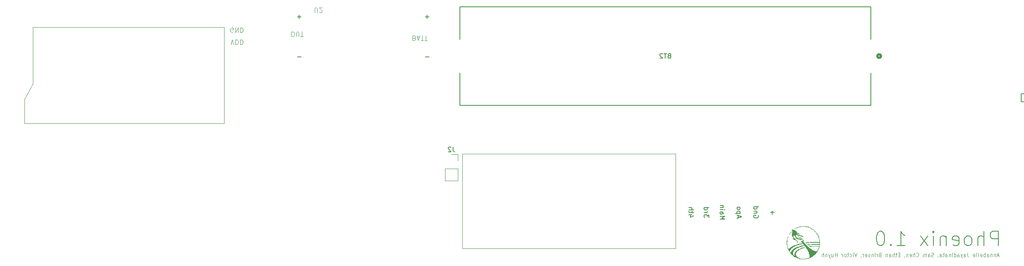
<source format=gbo>
G04 #@! TF.GenerationSoftware,KiCad,Pcbnew,7.0.9*
G04 #@! TF.CreationDate,2024-04-01T22:01:12-07:00*
G04 #@! TF.ProjectId,AVcarrierBoard,41566361-7272-4696-9572-426f6172642e,rev?*
G04 #@! TF.SameCoordinates,Original*
G04 #@! TF.FileFunction,Legend,Bot*
G04 #@! TF.FilePolarity,Positive*
%FSLAX46Y46*%
G04 Gerber Fmt 4.6, Leading zero omitted, Abs format (unit mm)*
G04 Created by KiCad (PCBNEW 7.0.9) date 2024-04-01 22:01:12*
%MOMM*%
%LPD*%
G01*
G04 APERTURE LIST*
G04 Aperture macros list*
%AMRoundRect*
0 Rectangle with rounded corners*
0 $1 Rounding radius*
0 $2 $3 $4 $5 $6 $7 $8 $9 X,Y pos of 4 corners*
0 Add a 4 corners polygon primitive as box body*
4,1,4,$2,$3,$4,$5,$6,$7,$8,$9,$2,$3,0*
0 Add four circle primitives for the rounded corners*
1,1,$1+$1,$2,$3*
1,1,$1+$1,$4,$5*
1,1,$1+$1,$6,$7*
1,1,$1+$1,$8,$9*
0 Add four rect primitives between the rounded corners*
20,1,$1+$1,$2,$3,$4,$5,0*
20,1,$1+$1,$4,$5,$6,$7,0*
20,1,$1+$1,$6,$7,$8,$9,0*
20,1,$1+$1,$8,$9,$2,$3,0*%
G04 Aperture macros list end*
%ADD10C,0.150000*%
%ADD11C,0.125000*%
%ADD12C,0.100000*%
%ADD13C,0.152400*%
%ADD14C,0.508000*%
%ADD15C,0.120000*%
%ADD16C,2.999999*%
%ADD17R,2.300000X2.300000*%
%ADD18C,2.300000*%
%ADD19C,3.170000*%
%ADD20C,3.450000*%
%ADD21C,2.390000*%
%ADD22C,3.654400*%
%ADD23C,2.387600*%
%ADD24R,7.467600X6.477000*%
%ADD25R,1.700000X1.700000*%
%ADD26O,1.700000X1.700000*%
%ADD27RoundRect,0.102000X-0.825000X0.825000X-0.825000X-0.825000X0.825000X-0.825000X0.825000X0.825000X0*%
%ADD28C,1.854000*%
%ADD29C,3.200000*%
%ADD30R,2.032000X2.032000*%
%ADD31C,1.200000*%
%ADD32C,6.560820*%
%ADD33C,5.842000*%
%ADD34C,0.762000*%
%ADD35C,6.000000*%
%ADD36C,1.524000*%
G04 APERTURE END LIST*
D10*
X264921830Y-119411457D02*
X264921830Y-116411457D01*
X264921830Y-116411457D02*
X263778973Y-116411457D01*
X263778973Y-116411457D02*
X263493258Y-116554314D01*
X263493258Y-116554314D02*
X263350401Y-116697171D01*
X263350401Y-116697171D02*
X263207544Y-116982885D01*
X263207544Y-116982885D02*
X263207544Y-117411457D01*
X263207544Y-117411457D02*
X263350401Y-117697171D01*
X263350401Y-117697171D02*
X263493258Y-117840028D01*
X263493258Y-117840028D02*
X263778973Y-117982885D01*
X263778973Y-117982885D02*
X264921830Y-117982885D01*
X261921830Y-119411457D02*
X261921830Y-116411457D01*
X260636116Y-119411457D02*
X260636116Y-117840028D01*
X260636116Y-117840028D02*
X260778973Y-117554314D01*
X260778973Y-117554314D02*
X261064687Y-117411457D01*
X261064687Y-117411457D02*
X261493258Y-117411457D01*
X261493258Y-117411457D02*
X261778973Y-117554314D01*
X261778973Y-117554314D02*
X261921830Y-117697171D01*
X258778972Y-119411457D02*
X259064687Y-119268600D01*
X259064687Y-119268600D02*
X259207544Y-119125742D01*
X259207544Y-119125742D02*
X259350401Y-118840028D01*
X259350401Y-118840028D02*
X259350401Y-117982885D01*
X259350401Y-117982885D02*
X259207544Y-117697171D01*
X259207544Y-117697171D02*
X259064687Y-117554314D01*
X259064687Y-117554314D02*
X258778972Y-117411457D01*
X258778972Y-117411457D02*
X258350401Y-117411457D01*
X258350401Y-117411457D02*
X258064687Y-117554314D01*
X258064687Y-117554314D02*
X257921830Y-117697171D01*
X257921830Y-117697171D02*
X257778972Y-117982885D01*
X257778972Y-117982885D02*
X257778972Y-118840028D01*
X257778972Y-118840028D02*
X257921830Y-119125742D01*
X257921830Y-119125742D02*
X258064687Y-119268600D01*
X258064687Y-119268600D02*
X258350401Y-119411457D01*
X258350401Y-119411457D02*
X258778972Y-119411457D01*
X255350401Y-119268600D02*
X255636115Y-119411457D01*
X255636115Y-119411457D02*
X256207544Y-119411457D01*
X256207544Y-119411457D02*
X256493258Y-119268600D01*
X256493258Y-119268600D02*
X256636115Y-118982885D01*
X256636115Y-118982885D02*
X256636115Y-117840028D01*
X256636115Y-117840028D02*
X256493258Y-117554314D01*
X256493258Y-117554314D02*
X256207544Y-117411457D01*
X256207544Y-117411457D02*
X255636115Y-117411457D01*
X255636115Y-117411457D02*
X255350401Y-117554314D01*
X255350401Y-117554314D02*
X255207544Y-117840028D01*
X255207544Y-117840028D02*
X255207544Y-118125742D01*
X255207544Y-118125742D02*
X256636115Y-118411457D01*
X253921829Y-117411457D02*
X253921829Y-119411457D01*
X253921829Y-117697171D02*
X253778972Y-117554314D01*
X253778972Y-117554314D02*
X253493257Y-117411457D01*
X253493257Y-117411457D02*
X253064686Y-117411457D01*
X253064686Y-117411457D02*
X252778972Y-117554314D01*
X252778972Y-117554314D02*
X252636115Y-117840028D01*
X252636115Y-117840028D02*
X252636115Y-119411457D01*
X251207543Y-119411457D02*
X251207543Y-117411457D01*
X251207543Y-116411457D02*
X251350400Y-116554314D01*
X251350400Y-116554314D02*
X251207543Y-116697171D01*
X251207543Y-116697171D02*
X251064686Y-116554314D01*
X251064686Y-116554314D02*
X251207543Y-116411457D01*
X251207543Y-116411457D02*
X251207543Y-116697171D01*
X250064686Y-119411457D02*
X248493258Y-117411457D01*
X250064686Y-117411457D02*
X248493258Y-119411457D01*
X243493258Y-119411457D02*
X245207544Y-119411457D01*
X244350401Y-119411457D02*
X244350401Y-116411457D01*
X244350401Y-116411457D02*
X244636115Y-116840028D01*
X244636115Y-116840028D02*
X244921830Y-117125742D01*
X244921830Y-117125742D02*
X245207544Y-117268600D01*
X242207544Y-119125742D02*
X242064687Y-119268600D01*
X242064687Y-119268600D02*
X242207544Y-119411457D01*
X242207544Y-119411457D02*
X242350401Y-119268600D01*
X242350401Y-119268600D02*
X242207544Y-119125742D01*
X242207544Y-119125742D02*
X242207544Y-119411457D01*
X240207544Y-116411457D02*
X239921830Y-116411457D01*
X239921830Y-116411457D02*
X239636116Y-116554314D01*
X239636116Y-116554314D02*
X239493259Y-116697171D01*
X239493259Y-116697171D02*
X239350401Y-116982885D01*
X239350401Y-116982885D02*
X239207544Y-117554314D01*
X239207544Y-117554314D02*
X239207544Y-118268600D01*
X239207544Y-118268600D02*
X239350401Y-118840028D01*
X239350401Y-118840028D02*
X239493259Y-119125742D01*
X239493259Y-119125742D02*
X239636116Y-119268600D01*
X239636116Y-119268600D02*
X239921830Y-119411457D01*
X239921830Y-119411457D02*
X240207544Y-119411457D01*
X240207544Y-119411457D02*
X240493259Y-119268600D01*
X240493259Y-119268600D02*
X240636116Y-119125742D01*
X240636116Y-119125742D02*
X240778973Y-118840028D01*
X240778973Y-118840028D02*
X240921830Y-118268600D01*
X240921830Y-118268600D02*
X240921830Y-117554314D01*
X240921830Y-117554314D02*
X240778973Y-116982885D01*
X240778973Y-116982885D02*
X240636116Y-116697171D01*
X240636116Y-116697171D02*
X240493259Y-116554314D01*
X240493259Y-116554314D02*
X240207544Y-116411457D01*
D11*
X265042983Y-121536223D02*
X264662030Y-121536223D01*
X265119173Y-121764795D02*
X264852506Y-120964795D01*
X264852506Y-120964795D02*
X264585840Y-121764795D01*
X264319173Y-121231461D02*
X264319173Y-121764795D01*
X264319173Y-121307652D02*
X264281078Y-121269557D01*
X264281078Y-121269557D02*
X264204888Y-121231461D01*
X264204888Y-121231461D02*
X264090602Y-121231461D01*
X264090602Y-121231461D02*
X264014411Y-121269557D01*
X264014411Y-121269557D02*
X263976316Y-121345747D01*
X263976316Y-121345747D02*
X263976316Y-121764795D01*
X263595363Y-121231461D02*
X263595363Y-121764795D01*
X263595363Y-121307652D02*
X263557268Y-121269557D01*
X263557268Y-121269557D02*
X263481078Y-121231461D01*
X263481078Y-121231461D02*
X263366792Y-121231461D01*
X263366792Y-121231461D02*
X263290601Y-121269557D01*
X263290601Y-121269557D02*
X263252506Y-121345747D01*
X263252506Y-121345747D02*
X263252506Y-121764795D01*
X262528696Y-121764795D02*
X262528696Y-121345747D01*
X262528696Y-121345747D02*
X262566791Y-121269557D01*
X262566791Y-121269557D02*
X262642982Y-121231461D01*
X262642982Y-121231461D02*
X262795363Y-121231461D01*
X262795363Y-121231461D02*
X262871553Y-121269557D01*
X262528696Y-121726700D02*
X262604887Y-121764795D01*
X262604887Y-121764795D02*
X262795363Y-121764795D01*
X262795363Y-121764795D02*
X262871553Y-121726700D01*
X262871553Y-121726700D02*
X262909649Y-121650509D01*
X262909649Y-121650509D02*
X262909649Y-121574319D01*
X262909649Y-121574319D02*
X262871553Y-121498128D01*
X262871553Y-121498128D02*
X262795363Y-121460033D01*
X262795363Y-121460033D02*
X262604887Y-121460033D01*
X262604887Y-121460033D02*
X262528696Y-121421938D01*
X262147743Y-121764795D02*
X262147743Y-120964795D01*
X262147743Y-121269557D02*
X262071553Y-121231461D01*
X262071553Y-121231461D02*
X261919172Y-121231461D01*
X261919172Y-121231461D02*
X261842981Y-121269557D01*
X261842981Y-121269557D02*
X261804886Y-121307652D01*
X261804886Y-121307652D02*
X261766791Y-121383842D01*
X261766791Y-121383842D02*
X261766791Y-121612414D01*
X261766791Y-121612414D02*
X261804886Y-121688604D01*
X261804886Y-121688604D02*
X261842981Y-121726700D01*
X261842981Y-121726700D02*
X261919172Y-121764795D01*
X261919172Y-121764795D02*
X262071553Y-121764795D01*
X262071553Y-121764795D02*
X262147743Y-121726700D01*
X261119171Y-121726700D02*
X261195362Y-121764795D01*
X261195362Y-121764795D02*
X261347743Y-121764795D01*
X261347743Y-121764795D02*
X261423933Y-121726700D01*
X261423933Y-121726700D02*
X261462029Y-121650509D01*
X261462029Y-121650509D02*
X261462029Y-121345747D01*
X261462029Y-121345747D02*
X261423933Y-121269557D01*
X261423933Y-121269557D02*
X261347743Y-121231461D01*
X261347743Y-121231461D02*
X261195362Y-121231461D01*
X261195362Y-121231461D02*
X261119171Y-121269557D01*
X261119171Y-121269557D02*
X261081076Y-121345747D01*
X261081076Y-121345747D02*
X261081076Y-121421938D01*
X261081076Y-121421938D02*
X261462029Y-121498128D01*
X260623934Y-121764795D02*
X260700124Y-121726700D01*
X260700124Y-121726700D02*
X260738219Y-121650509D01*
X260738219Y-121650509D02*
X260738219Y-120964795D01*
X260204886Y-121764795D02*
X260281076Y-121726700D01*
X260281076Y-121726700D02*
X260319171Y-121650509D01*
X260319171Y-121650509D02*
X260319171Y-120964795D01*
X259595361Y-121726700D02*
X259671552Y-121764795D01*
X259671552Y-121764795D02*
X259823933Y-121764795D01*
X259823933Y-121764795D02*
X259900123Y-121726700D01*
X259900123Y-121726700D02*
X259938219Y-121650509D01*
X259938219Y-121650509D02*
X259938219Y-121345747D01*
X259938219Y-121345747D02*
X259900123Y-121269557D01*
X259900123Y-121269557D02*
X259823933Y-121231461D01*
X259823933Y-121231461D02*
X259671552Y-121231461D01*
X259671552Y-121231461D02*
X259595361Y-121269557D01*
X259595361Y-121269557D02*
X259557266Y-121345747D01*
X259557266Y-121345747D02*
X259557266Y-121421938D01*
X259557266Y-121421938D02*
X259938219Y-121498128D01*
X258376314Y-120964795D02*
X258376314Y-121536223D01*
X258376314Y-121536223D02*
X258414409Y-121650509D01*
X258414409Y-121650509D02*
X258490600Y-121726700D01*
X258490600Y-121726700D02*
X258604885Y-121764795D01*
X258604885Y-121764795D02*
X258681076Y-121764795D01*
X257652504Y-121764795D02*
X257652504Y-121345747D01*
X257652504Y-121345747D02*
X257690599Y-121269557D01*
X257690599Y-121269557D02*
X257766790Y-121231461D01*
X257766790Y-121231461D02*
X257919171Y-121231461D01*
X257919171Y-121231461D02*
X257995361Y-121269557D01*
X257652504Y-121726700D02*
X257728695Y-121764795D01*
X257728695Y-121764795D02*
X257919171Y-121764795D01*
X257919171Y-121764795D02*
X257995361Y-121726700D01*
X257995361Y-121726700D02*
X258033457Y-121650509D01*
X258033457Y-121650509D02*
X258033457Y-121574319D01*
X258033457Y-121574319D02*
X257995361Y-121498128D01*
X257995361Y-121498128D02*
X257919171Y-121460033D01*
X257919171Y-121460033D02*
X257728695Y-121460033D01*
X257728695Y-121460033D02*
X257652504Y-121421938D01*
X257347742Y-121231461D02*
X257157266Y-121764795D01*
X256966789Y-121231461D02*
X257157266Y-121764795D01*
X257157266Y-121764795D02*
X257233456Y-121955271D01*
X257233456Y-121955271D02*
X257271551Y-121993366D01*
X257271551Y-121993366D02*
X257347742Y-122031461D01*
X256319170Y-121764795D02*
X256319170Y-121345747D01*
X256319170Y-121345747D02*
X256357265Y-121269557D01*
X256357265Y-121269557D02*
X256433456Y-121231461D01*
X256433456Y-121231461D02*
X256585837Y-121231461D01*
X256585837Y-121231461D02*
X256662027Y-121269557D01*
X256319170Y-121726700D02*
X256395361Y-121764795D01*
X256395361Y-121764795D02*
X256585837Y-121764795D01*
X256585837Y-121764795D02*
X256662027Y-121726700D01*
X256662027Y-121726700D02*
X256700123Y-121650509D01*
X256700123Y-121650509D02*
X256700123Y-121574319D01*
X256700123Y-121574319D02*
X256662027Y-121498128D01*
X256662027Y-121498128D02*
X256585837Y-121460033D01*
X256585837Y-121460033D02*
X256395361Y-121460033D01*
X256395361Y-121460033D02*
X256319170Y-121421938D01*
X255595360Y-121764795D02*
X255595360Y-120964795D01*
X255595360Y-121726700D02*
X255671551Y-121764795D01*
X255671551Y-121764795D02*
X255823932Y-121764795D01*
X255823932Y-121764795D02*
X255900122Y-121726700D01*
X255900122Y-121726700D02*
X255938217Y-121688604D01*
X255938217Y-121688604D02*
X255976313Y-121612414D01*
X255976313Y-121612414D02*
X255976313Y-121383842D01*
X255976313Y-121383842D02*
X255938217Y-121307652D01*
X255938217Y-121307652D02*
X255900122Y-121269557D01*
X255900122Y-121269557D02*
X255823932Y-121231461D01*
X255823932Y-121231461D02*
X255671551Y-121231461D01*
X255671551Y-121231461D02*
X255595360Y-121269557D01*
X255214407Y-121764795D02*
X255214407Y-121231461D01*
X255214407Y-120964795D02*
X255252503Y-121002890D01*
X255252503Y-121002890D02*
X255214407Y-121040985D01*
X255214407Y-121040985D02*
X255176312Y-121002890D01*
X255176312Y-121002890D02*
X255214407Y-120964795D01*
X255214407Y-120964795D02*
X255214407Y-121040985D01*
X254833455Y-121231461D02*
X254833455Y-121764795D01*
X254833455Y-121307652D02*
X254795360Y-121269557D01*
X254795360Y-121269557D02*
X254719170Y-121231461D01*
X254719170Y-121231461D02*
X254604884Y-121231461D01*
X254604884Y-121231461D02*
X254528693Y-121269557D01*
X254528693Y-121269557D02*
X254490598Y-121345747D01*
X254490598Y-121345747D02*
X254490598Y-121764795D01*
X253766788Y-121764795D02*
X253766788Y-121345747D01*
X253766788Y-121345747D02*
X253804883Y-121269557D01*
X253804883Y-121269557D02*
X253881074Y-121231461D01*
X253881074Y-121231461D02*
X254033455Y-121231461D01*
X254033455Y-121231461D02*
X254109645Y-121269557D01*
X253766788Y-121726700D02*
X253842979Y-121764795D01*
X253842979Y-121764795D02*
X254033455Y-121764795D01*
X254033455Y-121764795D02*
X254109645Y-121726700D01*
X254109645Y-121726700D02*
X254147741Y-121650509D01*
X254147741Y-121650509D02*
X254147741Y-121574319D01*
X254147741Y-121574319D02*
X254109645Y-121498128D01*
X254109645Y-121498128D02*
X254033455Y-121460033D01*
X254033455Y-121460033D02*
X253842979Y-121460033D01*
X253842979Y-121460033D02*
X253766788Y-121421938D01*
X253500121Y-121231461D02*
X253195359Y-121231461D01*
X253385835Y-120964795D02*
X253385835Y-121650509D01*
X253385835Y-121650509D02*
X253347740Y-121726700D01*
X253347740Y-121726700D02*
X253271550Y-121764795D01*
X253271550Y-121764795D02*
X253195359Y-121764795D01*
X252585835Y-121764795D02*
X252585835Y-121345747D01*
X252585835Y-121345747D02*
X252623930Y-121269557D01*
X252623930Y-121269557D02*
X252700121Y-121231461D01*
X252700121Y-121231461D02*
X252852502Y-121231461D01*
X252852502Y-121231461D02*
X252928692Y-121269557D01*
X252585835Y-121726700D02*
X252662026Y-121764795D01*
X252662026Y-121764795D02*
X252852502Y-121764795D01*
X252852502Y-121764795D02*
X252928692Y-121726700D01*
X252928692Y-121726700D02*
X252966788Y-121650509D01*
X252966788Y-121650509D02*
X252966788Y-121574319D01*
X252966788Y-121574319D02*
X252928692Y-121498128D01*
X252928692Y-121498128D02*
X252852502Y-121460033D01*
X252852502Y-121460033D02*
X252662026Y-121460033D01*
X252662026Y-121460033D02*
X252585835Y-121421938D01*
X252166787Y-121726700D02*
X252166787Y-121764795D01*
X252166787Y-121764795D02*
X252204882Y-121840985D01*
X252204882Y-121840985D02*
X252242978Y-121879080D01*
X251252502Y-121726700D02*
X251138216Y-121764795D01*
X251138216Y-121764795D02*
X250947740Y-121764795D01*
X250947740Y-121764795D02*
X250871549Y-121726700D01*
X250871549Y-121726700D02*
X250833454Y-121688604D01*
X250833454Y-121688604D02*
X250795359Y-121612414D01*
X250795359Y-121612414D02*
X250795359Y-121536223D01*
X250795359Y-121536223D02*
X250833454Y-121460033D01*
X250833454Y-121460033D02*
X250871549Y-121421938D01*
X250871549Y-121421938D02*
X250947740Y-121383842D01*
X250947740Y-121383842D02*
X251100121Y-121345747D01*
X251100121Y-121345747D02*
X251176311Y-121307652D01*
X251176311Y-121307652D02*
X251214406Y-121269557D01*
X251214406Y-121269557D02*
X251252502Y-121193366D01*
X251252502Y-121193366D02*
X251252502Y-121117176D01*
X251252502Y-121117176D02*
X251214406Y-121040985D01*
X251214406Y-121040985D02*
X251176311Y-121002890D01*
X251176311Y-121002890D02*
X251100121Y-120964795D01*
X251100121Y-120964795D02*
X250909644Y-120964795D01*
X250909644Y-120964795D02*
X250795359Y-121002890D01*
X250109644Y-121764795D02*
X250109644Y-121345747D01*
X250109644Y-121345747D02*
X250147739Y-121269557D01*
X250147739Y-121269557D02*
X250223930Y-121231461D01*
X250223930Y-121231461D02*
X250376311Y-121231461D01*
X250376311Y-121231461D02*
X250452501Y-121269557D01*
X250109644Y-121726700D02*
X250185835Y-121764795D01*
X250185835Y-121764795D02*
X250376311Y-121764795D01*
X250376311Y-121764795D02*
X250452501Y-121726700D01*
X250452501Y-121726700D02*
X250490597Y-121650509D01*
X250490597Y-121650509D02*
X250490597Y-121574319D01*
X250490597Y-121574319D02*
X250452501Y-121498128D01*
X250452501Y-121498128D02*
X250376311Y-121460033D01*
X250376311Y-121460033D02*
X250185835Y-121460033D01*
X250185835Y-121460033D02*
X250109644Y-121421938D01*
X249728691Y-121764795D02*
X249728691Y-121231461D01*
X249728691Y-121307652D02*
X249690596Y-121269557D01*
X249690596Y-121269557D02*
X249614406Y-121231461D01*
X249614406Y-121231461D02*
X249500120Y-121231461D01*
X249500120Y-121231461D02*
X249423929Y-121269557D01*
X249423929Y-121269557D02*
X249385834Y-121345747D01*
X249385834Y-121345747D02*
X249385834Y-121764795D01*
X249385834Y-121345747D02*
X249347739Y-121269557D01*
X249347739Y-121269557D02*
X249271548Y-121231461D01*
X249271548Y-121231461D02*
X249157263Y-121231461D01*
X249157263Y-121231461D02*
X249081072Y-121269557D01*
X249081072Y-121269557D02*
X249042977Y-121345747D01*
X249042977Y-121345747D02*
X249042977Y-121764795D01*
X247595357Y-121688604D02*
X247633453Y-121726700D01*
X247633453Y-121726700D02*
X247747738Y-121764795D01*
X247747738Y-121764795D02*
X247823929Y-121764795D01*
X247823929Y-121764795D02*
X247938215Y-121726700D01*
X247938215Y-121726700D02*
X248014405Y-121650509D01*
X248014405Y-121650509D02*
X248052500Y-121574319D01*
X248052500Y-121574319D02*
X248090596Y-121421938D01*
X248090596Y-121421938D02*
X248090596Y-121307652D01*
X248090596Y-121307652D02*
X248052500Y-121155271D01*
X248052500Y-121155271D02*
X248014405Y-121079080D01*
X248014405Y-121079080D02*
X247938215Y-121002890D01*
X247938215Y-121002890D02*
X247823929Y-120964795D01*
X247823929Y-120964795D02*
X247747738Y-120964795D01*
X247747738Y-120964795D02*
X247633453Y-121002890D01*
X247633453Y-121002890D02*
X247595357Y-121040985D01*
X247252500Y-121764795D02*
X247252500Y-120964795D01*
X246909643Y-121764795D02*
X246909643Y-121345747D01*
X246909643Y-121345747D02*
X246947738Y-121269557D01*
X246947738Y-121269557D02*
X247023929Y-121231461D01*
X247023929Y-121231461D02*
X247138215Y-121231461D01*
X247138215Y-121231461D02*
X247214405Y-121269557D01*
X247214405Y-121269557D02*
X247252500Y-121307652D01*
X246223928Y-121726700D02*
X246300119Y-121764795D01*
X246300119Y-121764795D02*
X246452500Y-121764795D01*
X246452500Y-121764795D02*
X246528690Y-121726700D01*
X246528690Y-121726700D02*
X246566786Y-121650509D01*
X246566786Y-121650509D02*
X246566786Y-121345747D01*
X246566786Y-121345747D02*
X246528690Y-121269557D01*
X246528690Y-121269557D02*
X246452500Y-121231461D01*
X246452500Y-121231461D02*
X246300119Y-121231461D01*
X246300119Y-121231461D02*
X246223928Y-121269557D01*
X246223928Y-121269557D02*
X246185833Y-121345747D01*
X246185833Y-121345747D02*
X246185833Y-121421938D01*
X246185833Y-121421938D02*
X246566786Y-121498128D01*
X245842976Y-121231461D02*
X245842976Y-121764795D01*
X245842976Y-121307652D02*
X245804881Y-121269557D01*
X245804881Y-121269557D02*
X245728691Y-121231461D01*
X245728691Y-121231461D02*
X245614405Y-121231461D01*
X245614405Y-121231461D02*
X245538214Y-121269557D01*
X245538214Y-121269557D02*
X245500119Y-121345747D01*
X245500119Y-121345747D02*
X245500119Y-121764795D01*
X245081071Y-121726700D02*
X245081071Y-121764795D01*
X245081071Y-121764795D02*
X245119166Y-121840985D01*
X245119166Y-121840985D02*
X245157262Y-121879080D01*
X244128690Y-121345747D02*
X243862024Y-121345747D01*
X243747738Y-121764795D02*
X244128690Y-121764795D01*
X244128690Y-121764795D02*
X244128690Y-120964795D01*
X244128690Y-120964795D02*
X243747738Y-120964795D01*
X243519166Y-121231461D02*
X243214404Y-121231461D01*
X243404880Y-120964795D02*
X243404880Y-121650509D01*
X243404880Y-121650509D02*
X243366785Y-121726700D01*
X243366785Y-121726700D02*
X243290595Y-121764795D01*
X243290595Y-121764795D02*
X243214404Y-121764795D01*
X242947737Y-121764795D02*
X242947737Y-120964795D01*
X242604880Y-121764795D02*
X242604880Y-121345747D01*
X242604880Y-121345747D02*
X242642975Y-121269557D01*
X242642975Y-121269557D02*
X242719166Y-121231461D01*
X242719166Y-121231461D02*
X242833452Y-121231461D01*
X242833452Y-121231461D02*
X242909642Y-121269557D01*
X242909642Y-121269557D02*
X242947737Y-121307652D01*
X241881070Y-121764795D02*
X241881070Y-121345747D01*
X241881070Y-121345747D02*
X241919165Y-121269557D01*
X241919165Y-121269557D02*
X241995356Y-121231461D01*
X241995356Y-121231461D02*
X242147737Y-121231461D01*
X242147737Y-121231461D02*
X242223927Y-121269557D01*
X241881070Y-121726700D02*
X241957261Y-121764795D01*
X241957261Y-121764795D02*
X242147737Y-121764795D01*
X242147737Y-121764795D02*
X242223927Y-121726700D01*
X242223927Y-121726700D02*
X242262023Y-121650509D01*
X242262023Y-121650509D02*
X242262023Y-121574319D01*
X242262023Y-121574319D02*
X242223927Y-121498128D01*
X242223927Y-121498128D02*
X242147737Y-121460033D01*
X242147737Y-121460033D02*
X241957261Y-121460033D01*
X241957261Y-121460033D02*
X241881070Y-121421938D01*
X241500117Y-121231461D02*
X241500117Y-121764795D01*
X241500117Y-121307652D02*
X241462022Y-121269557D01*
X241462022Y-121269557D02*
X241385832Y-121231461D01*
X241385832Y-121231461D02*
X241271546Y-121231461D01*
X241271546Y-121231461D02*
X241195355Y-121269557D01*
X241195355Y-121269557D02*
X241157260Y-121345747D01*
X241157260Y-121345747D02*
X241157260Y-121764795D01*
X239900117Y-121345747D02*
X239785831Y-121383842D01*
X239785831Y-121383842D02*
X239747736Y-121421938D01*
X239747736Y-121421938D02*
X239709640Y-121498128D01*
X239709640Y-121498128D02*
X239709640Y-121612414D01*
X239709640Y-121612414D02*
X239747736Y-121688604D01*
X239747736Y-121688604D02*
X239785831Y-121726700D01*
X239785831Y-121726700D02*
X239862021Y-121764795D01*
X239862021Y-121764795D02*
X240166783Y-121764795D01*
X240166783Y-121764795D02*
X240166783Y-120964795D01*
X240166783Y-120964795D02*
X239900117Y-120964795D01*
X239900117Y-120964795D02*
X239823926Y-121002890D01*
X239823926Y-121002890D02*
X239785831Y-121040985D01*
X239785831Y-121040985D02*
X239747736Y-121117176D01*
X239747736Y-121117176D02*
X239747736Y-121193366D01*
X239747736Y-121193366D02*
X239785831Y-121269557D01*
X239785831Y-121269557D02*
X239823926Y-121307652D01*
X239823926Y-121307652D02*
X239900117Y-121345747D01*
X239900117Y-121345747D02*
X240166783Y-121345747D01*
X239366783Y-121764795D02*
X239366783Y-121231461D01*
X239366783Y-121383842D02*
X239328688Y-121307652D01*
X239328688Y-121307652D02*
X239290593Y-121269557D01*
X239290593Y-121269557D02*
X239214402Y-121231461D01*
X239214402Y-121231461D02*
X239138212Y-121231461D01*
X238871545Y-121764795D02*
X238871545Y-121231461D01*
X238871545Y-120964795D02*
X238909641Y-121002890D01*
X238909641Y-121002890D02*
X238871545Y-121040985D01*
X238871545Y-121040985D02*
X238833450Y-121002890D01*
X238833450Y-121002890D02*
X238871545Y-120964795D01*
X238871545Y-120964795D02*
X238871545Y-121040985D01*
X238490593Y-121231461D02*
X238490593Y-121764795D01*
X238490593Y-121307652D02*
X238452498Y-121269557D01*
X238452498Y-121269557D02*
X238376308Y-121231461D01*
X238376308Y-121231461D02*
X238262022Y-121231461D01*
X238262022Y-121231461D02*
X238185831Y-121269557D01*
X238185831Y-121269557D02*
X238147736Y-121345747D01*
X238147736Y-121345747D02*
X238147736Y-121764795D01*
X237804879Y-121726700D02*
X237728688Y-121764795D01*
X237728688Y-121764795D02*
X237576307Y-121764795D01*
X237576307Y-121764795D02*
X237500117Y-121726700D01*
X237500117Y-121726700D02*
X237462021Y-121650509D01*
X237462021Y-121650509D02*
X237462021Y-121612414D01*
X237462021Y-121612414D02*
X237500117Y-121536223D01*
X237500117Y-121536223D02*
X237576307Y-121498128D01*
X237576307Y-121498128D02*
X237690593Y-121498128D01*
X237690593Y-121498128D02*
X237766783Y-121460033D01*
X237766783Y-121460033D02*
X237804879Y-121383842D01*
X237804879Y-121383842D02*
X237804879Y-121345747D01*
X237804879Y-121345747D02*
X237766783Y-121269557D01*
X237766783Y-121269557D02*
X237690593Y-121231461D01*
X237690593Y-121231461D02*
X237576307Y-121231461D01*
X237576307Y-121231461D02*
X237500117Y-121269557D01*
X236814402Y-121726700D02*
X236890593Y-121764795D01*
X236890593Y-121764795D02*
X237042974Y-121764795D01*
X237042974Y-121764795D02*
X237119164Y-121726700D01*
X237119164Y-121726700D02*
X237157260Y-121650509D01*
X237157260Y-121650509D02*
X237157260Y-121345747D01*
X237157260Y-121345747D02*
X237119164Y-121269557D01*
X237119164Y-121269557D02*
X237042974Y-121231461D01*
X237042974Y-121231461D02*
X236890593Y-121231461D01*
X236890593Y-121231461D02*
X236814402Y-121269557D01*
X236814402Y-121269557D02*
X236776307Y-121345747D01*
X236776307Y-121345747D02*
X236776307Y-121421938D01*
X236776307Y-121421938D02*
X237157260Y-121498128D01*
X236433450Y-121764795D02*
X236433450Y-121231461D01*
X236433450Y-121383842D02*
X236395355Y-121307652D01*
X236395355Y-121307652D02*
X236357260Y-121269557D01*
X236357260Y-121269557D02*
X236281069Y-121231461D01*
X236281069Y-121231461D02*
X236204879Y-121231461D01*
X235900117Y-121726700D02*
X235900117Y-121764795D01*
X235900117Y-121764795D02*
X235938212Y-121840985D01*
X235938212Y-121840985D02*
X235976308Y-121879080D01*
X235062022Y-120964795D02*
X234795355Y-121764795D01*
X234795355Y-121764795D02*
X234528689Y-120964795D01*
X234262022Y-121764795D02*
X234262022Y-121231461D01*
X234262022Y-120964795D02*
X234300118Y-121002890D01*
X234300118Y-121002890D02*
X234262022Y-121040985D01*
X234262022Y-121040985D02*
X234223927Y-121002890D01*
X234223927Y-121002890D02*
X234262022Y-120964795D01*
X234262022Y-120964795D02*
X234262022Y-121040985D01*
X233538213Y-121726700D02*
X233614404Y-121764795D01*
X233614404Y-121764795D02*
X233766785Y-121764795D01*
X233766785Y-121764795D02*
X233842975Y-121726700D01*
X233842975Y-121726700D02*
X233881070Y-121688604D01*
X233881070Y-121688604D02*
X233919166Y-121612414D01*
X233919166Y-121612414D02*
X233919166Y-121383842D01*
X233919166Y-121383842D02*
X233881070Y-121307652D01*
X233881070Y-121307652D02*
X233842975Y-121269557D01*
X233842975Y-121269557D02*
X233766785Y-121231461D01*
X233766785Y-121231461D02*
X233614404Y-121231461D01*
X233614404Y-121231461D02*
X233538213Y-121269557D01*
X233309642Y-121231461D02*
X233004880Y-121231461D01*
X233195356Y-120964795D02*
X233195356Y-121650509D01*
X233195356Y-121650509D02*
X233157261Y-121726700D01*
X233157261Y-121726700D02*
X233081071Y-121764795D01*
X233081071Y-121764795D02*
X233004880Y-121764795D01*
X232623928Y-121764795D02*
X232700118Y-121726700D01*
X232700118Y-121726700D02*
X232738213Y-121688604D01*
X232738213Y-121688604D02*
X232776309Y-121612414D01*
X232776309Y-121612414D02*
X232776309Y-121383842D01*
X232776309Y-121383842D02*
X232738213Y-121307652D01*
X232738213Y-121307652D02*
X232700118Y-121269557D01*
X232700118Y-121269557D02*
X232623928Y-121231461D01*
X232623928Y-121231461D02*
X232509642Y-121231461D01*
X232509642Y-121231461D02*
X232433451Y-121269557D01*
X232433451Y-121269557D02*
X232395356Y-121307652D01*
X232395356Y-121307652D02*
X232357261Y-121383842D01*
X232357261Y-121383842D02*
X232357261Y-121612414D01*
X232357261Y-121612414D02*
X232395356Y-121688604D01*
X232395356Y-121688604D02*
X232433451Y-121726700D01*
X232433451Y-121726700D02*
X232509642Y-121764795D01*
X232509642Y-121764795D02*
X232623928Y-121764795D01*
X232014403Y-121764795D02*
X232014403Y-121231461D01*
X232014403Y-121383842D02*
X231976308Y-121307652D01*
X231976308Y-121307652D02*
X231938213Y-121269557D01*
X231938213Y-121269557D02*
X231862022Y-121231461D01*
X231862022Y-121231461D02*
X231785832Y-121231461D01*
X230909641Y-121764795D02*
X230909641Y-120964795D01*
X230909641Y-121345747D02*
X230452498Y-121345747D01*
X230452498Y-121764795D02*
X230452498Y-120964795D01*
X229728689Y-121231461D02*
X229728689Y-121764795D01*
X230071546Y-121231461D02*
X230071546Y-121650509D01*
X230071546Y-121650509D02*
X230033451Y-121726700D01*
X230033451Y-121726700D02*
X229957261Y-121764795D01*
X229957261Y-121764795D02*
X229842975Y-121764795D01*
X229842975Y-121764795D02*
X229766784Y-121726700D01*
X229766784Y-121726700D02*
X229728689Y-121688604D01*
X229423927Y-121231461D02*
X229233451Y-121764795D01*
X229042974Y-121231461D02*
X229233451Y-121764795D01*
X229233451Y-121764795D02*
X229309641Y-121955271D01*
X229309641Y-121955271D02*
X229347736Y-121993366D01*
X229347736Y-121993366D02*
X229423927Y-122031461D01*
X228738212Y-121231461D02*
X228738212Y-121764795D01*
X228738212Y-121307652D02*
X228700117Y-121269557D01*
X228700117Y-121269557D02*
X228623927Y-121231461D01*
X228623927Y-121231461D02*
X228509641Y-121231461D01*
X228509641Y-121231461D02*
X228433450Y-121269557D01*
X228433450Y-121269557D02*
X228395355Y-121345747D01*
X228395355Y-121345747D02*
X228395355Y-121764795D01*
X228014402Y-121764795D02*
X228014402Y-120964795D01*
X227671545Y-121764795D02*
X227671545Y-121345747D01*
X227671545Y-121345747D02*
X227709640Y-121269557D01*
X227709640Y-121269557D02*
X227785831Y-121231461D01*
X227785831Y-121231461D02*
X227900117Y-121231461D01*
X227900117Y-121231461D02*
X227976307Y-121269557D01*
X227976307Y-121269557D02*
X228014402Y-121307652D01*
D10*
X195413214Y-79306009D02*
X195270357Y-79353628D01*
X195270357Y-79353628D02*
X195222738Y-79401247D01*
X195222738Y-79401247D02*
X195175119Y-79496485D01*
X195175119Y-79496485D02*
X195175119Y-79639342D01*
X195175119Y-79639342D02*
X195222738Y-79734580D01*
X195222738Y-79734580D02*
X195270357Y-79782200D01*
X195270357Y-79782200D02*
X195365595Y-79829819D01*
X195365595Y-79829819D02*
X195746547Y-79829819D01*
X195746547Y-79829819D02*
X195746547Y-78829819D01*
X195746547Y-78829819D02*
X195413214Y-78829819D01*
X195413214Y-78829819D02*
X195317976Y-78877438D01*
X195317976Y-78877438D02*
X195270357Y-78925057D01*
X195270357Y-78925057D02*
X195222738Y-79020295D01*
X195222738Y-79020295D02*
X195222738Y-79115533D01*
X195222738Y-79115533D02*
X195270357Y-79210771D01*
X195270357Y-79210771D02*
X195317976Y-79258390D01*
X195317976Y-79258390D02*
X195413214Y-79306009D01*
X195413214Y-79306009D02*
X195746547Y-79306009D01*
X194889404Y-78829819D02*
X194317976Y-78829819D01*
X194603690Y-79829819D02*
X194603690Y-78829819D01*
X194032261Y-78925057D02*
X193984642Y-78877438D01*
X193984642Y-78877438D02*
X193889404Y-78829819D01*
X193889404Y-78829819D02*
X193651309Y-78829819D01*
X193651309Y-78829819D02*
X193556071Y-78877438D01*
X193556071Y-78877438D02*
X193508452Y-78925057D01*
X193508452Y-78925057D02*
X193460833Y-79020295D01*
X193460833Y-79020295D02*
X193460833Y-79115533D01*
X193460833Y-79115533D02*
X193508452Y-79258390D01*
X193508452Y-79258390D02*
X194079880Y-79829819D01*
X194079880Y-79829819D02*
X193460833Y-79829819D01*
X203810180Y-113490237D02*
X203810180Y-112871190D01*
X203810180Y-112871190D02*
X203429228Y-113204523D01*
X203429228Y-113204523D02*
X203429228Y-113061666D01*
X203429228Y-113061666D02*
X203381609Y-112966428D01*
X203381609Y-112966428D02*
X203333990Y-112918809D01*
X203333990Y-112918809D02*
X203238752Y-112871190D01*
X203238752Y-112871190D02*
X203000657Y-112871190D01*
X203000657Y-112871190D02*
X202905419Y-112918809D01*
X202905419Y-112918809D02*
X202857800Y-112966428D01*
X202857800Y-112966428D02*
X202810180Y-113061666D01*
X202810180Y-113061666D02*
X202810180Y-113347380D01*
X202810180Y-113347380D02*
X202857800Y-113442618D01*
X202857800Y-113442618D02*
X202905419Y-113490237D01*
X202810180Y-112442618D02*
X203476847Y-112442618D01*
X203286371Y-112442618D02*
X203381609Y-112394999D01*
X203381609Y-112394999D02*
X203429228Y-112347380D01*
X203429228Y-112347380D02*
X203476847Y-112252142D01*
X203476847Y-112252142D02*
X203476847Y-112156904D01*
X202810180Y-111394999D02*
X203810180Y-111394999D01*
X202857800Y-111394999D02*
X202810180Y-111490237D01*
X202810180Y-111490237D02*
X202810180Y-111680713D01*
X202810180Y-111680713D02*
X202857800Y-111775951D01*
X202857800Y-111775951D02*
X202905419Y-111823570D01*
X202905419Y-111823570D02*
X203000657Y-111871189D01*
X203000657Y-111871189D02*
X203286371Y-111871189D01*
X203286371Y-111871189D02*
X203381609Y-111823570D01*
X203381609Y-111823570D02*
X203429228Y-111775951D01*
X203429228Y-111775951D02*
X203476847Y-111680713D01*
X203476847Y-111680713D02*
X203476847Y-111490237D01*
X203476847Y-111490237D02*
X203429228Y-111394999D01*
X210015895Y-113537856D02*
X210015895Y-113061666D01*
X209730180Y-113633094D02*
X210730180Y-113299761D01*
X210730180Y-113299761D02*
X209730180Y-112966428D01*
X210396847Y-112633094D02*
X209396847Y-112633094D01*
X210349228Y-112633094D02*
X210396847Y-112537856D01*
X210396847Y-112537856D02*
X210396847Y-112347380D01*
X210396847Y-112347380D02*
X210349228Y-112252142D01*
X210349228Y-112252142D02*
X210301609Y-112204523D01*
X210301609Y-112204523D02*
X210206371Y-112156904D01*
X210206371Y-112156904D02*
X209920657Y-112156904D01*
X209920657Y-112156904D02*
X209825419Y-112204523D01*
X209825419Y-112204523D02*
X209777800Y-112252142D01*
X209777800Y-112252142D02*
X209730180Y-112347380D01*
X209730180Y-112347380D02*
X209730180Y-112537856D01*
X209730180Y-112537856D02*
X209777800Y-112633094D01*
X209730180Y-111585475D02*
X209777800Y-111680713D01*
X209777800Y-111680713D02*
X209825419Y-111728332D01*
X209825419Y-111728332D02*
X209920657Y-111775951D01*
X209920657Y-111775951D02*
X210206371Y-111775951D01*
X210206371Y-111775951D02*
X210301609Y-111728332D01*
X210301609Y-111728332D02*
X210349228Y-111680713D01*
X210349228Y-111680713D02*
X210396847Y-111585475D01*
X210396847Y-111585475D02*
X210396847Y-111442618D01*
X210396847Y-111442618D02*
X210349228Y-111347380D01*
X210349228Y-111347380D02*
X210301609Y-111299761D01*
X210301609Y-111299761D02*
X210206371Y-111252142D01*
X210206371Y-111252142D02*
X209920657Y-111252142D01*
X209920657Y-111252142D02*
X209825419Y-111299761D01*
X209825419Y-111299761D02*
X209777800Y-111347380D01*
X209777800Y-111347380D02*
X209730180Y-111442618D01*
X209730180Y-111442618D02*
X209730180Y-111585475D01*
X200236847Y-112942619D02*
X199570180Y-112942619D01*
X200617800Y-113180714D02*
X199903514Y-113418809D01*
X199903514Y-113418809D02*
X199903514Y-112799762D01*
X200236847Y-112561666D02*
X200236847Y-112180714D01*
X200570180Y-112418809D02*
X199713038Y-112418809D01*
X199713038Y-112418809D02*
X199617800Y-112371190D01*
X199617800Y-112371190D02*
X199570180Y-112275952D01*
X199570180Y-112275952D02*
X199570180Y-112180714D01*
X199570180Y-111847380D02*
X200570180Y-111847380D01*
X199570180Y-111418809D02*
X200093990Y-111418809D01*
X200093990Y-111418809D02*
X200189228Y-111466428D01*
X200189228Y-111466428D02*
X200236847Y-111561666D01*
X200236847Y-111561666D02*
X200236847Y-111704523D01*
X200236847Y-111704523D02*
X200189228Y-111799761D01*
X200189228Y-111799761D02*
X200141609Y-111847380D01*
X206190180Y-113871189D02*
X207190180Y-113871189D01*
X207190180Y-113871189D02*
X206475895Y-113537856D01*
X206475895Y-113537856D02*
X207190180Y-113204523D01*
X207190180Y-113204523D02*
X206190180Y-113204523D01*
X206190180Y-112299761D02*
X206713990Y-112299761D01*
X206713990Y-112299761D02*
X206809228Y-112347380D01*
X206809228Y-112347380D02*
X206856847Y-112442618D01*
X206856847Y-112442618D02*
X206856847Y-112633094D01*
X206856847Y-112633094D02*
X206809228Y-112728332D01*
X206237800Y-112299761D02*
X206190180Y-112394999D01*
X206190180Y-112394999D02*
X206190180Y-112633094D01*
X206190180Y-112633094D02*
X206237800Y-112728332D01*
X206237800Y-112728332D02*
X206333038Y-112775951D01*
X206333038Y-112775951D02*
X206428276Y-112775951D01*
X206428276Y-112775951D02*
X206523514Y-112728332D01*
X206523514Y-112728332D02*
X206571133Y-112633094D01*
X206571133Y-112633094D02*
X206571133Y-112394999D01*
X206571133Y-112394999D02*
X206618752Y-112299761D01*
X206190180Y-111823570D02*
X206856847Y-111823570D01*
X207190180Y-111823570D02*
X207142561Y-111871189D01*
X207142561Y-111871189D02*
X207094942Y-111823570D01*
X207094942Y-111823570D02*
X207142561Y-111775951D01*
X207142561Y-111775951D02*
X207190180Y-111823570D01*
X207190180Y-111823570D02*
X207094942Y-111823570D01*
X206856847Y-111347380D02*
X206190180Y-111347380D01*
X206761609Y-111347380D02*
X206809228Y-111299761D01*
X206809228Y-111299761D02*
X206856847Y-111204523D01*
X206856847Y-111204523D02*
X206856847Y-111061666D01*
X206856847Y-111061666D02*
X206809228Y-110966428D01*
X206809228Y-110966428D02*
X206713990Y-110918809D01*
X206713990Y-110918809D02*
X206190180Y-110918809D01*
X214222561Y-113037857D02*
X214270180Y-113133095D01*
X214270180Y-113133095D02*
X214270180Y-113275952D01*
X214270180Y-113275952D02*
X214222561Y-113418809D01*
X214222561Y-113418809D02*
X214127323Y-113514047D01*
X214127323Y-113514047D02*
X214032085Y-113561666D01*
X214032085Y-113561666D02*
X213841609Y-113609285D01*
X213841609Y-113609285D02*
X213698752Y-113609285D01*
X213698752Y-113609285D02*
X213508276Y-113561666D01*
X213508276Y-113561666D02*
X213413038Y-113514047D01*
X213413038Y-113514047D02*
X213317800Y-113418809D01*
X213317800Y-113418809D02*
X213270180Y-113275952D01*
X213270180Y-113275952D02*
X213270180Y-113180714D01*
X213270180Y-113180714D02*
X213317800Y-113037857D01*
X213317800Y-113037857D02*
X213365419Y-112990238D01*
X213365419Y-112990238D02*
X213698752Y-112990238D01*
X213698752Y-112990238D02*
X213698752Y-113180714D01*
X213936847Y-112561666D02*
X213270180Y-112561666D01*
X213841609Y-112561666D02*
X213889228Y-112514047D01*
X213889228Y-112514047D02*
X213936847Y-112418809D01*
X213936847Y-112418809D02*
X213936847Y-112275952D01*
X213936847Y-112275952D02*
X213889228Y-112180714D01*
X213889228Y-112180714D02*
X213793990Y-112133095D01*
X213793990Y-112133095D02*
X213270180Y-112133095D01*
X213270180Y-111228333D02*
X214270180Y-111228333D01*
X213317800Y-111228333D02*
X213270180Y-111323571D01*
X213270180Y-111323571D02*
X213270180Y-111514047D01*
X213270180Y-111514047D02*
X213317800Y-111609285D01*
X213317800Y-111609285D02*
X213365419Y-111656904D01*
X213365419Y-111656904D02*
X213460657Y-111704523D01*
X213460657Y-111704523D02*
X213746371Y-111704523D01*
X213746371Y-111704523D02*
X213841609Y-111656904D01*
X213841609Y-111656904D02*
X213889228Y-111609285D01*
X213889228Y-111609285D02*
X213936847Y-111514047D01*
X213936847Y-111514047D02*
X213936847Y-111323571D01*
X213936847Y-111323571D02*
X213889228Y-111228333D01*
X217191133Y-112775951D02*
X217191133Y-112014047D01*
X216810180Y-112394999D02*
X217572085Y-112394999D01*
D12*
X102847235Y-76916570D02*
X103180568Y-75916570D01*
X103180568Y-75916570D02*
X103513901Y-76916570D01*
X103847235Y-75916570D02*
X103847235Y-76916570D01*
X103847235Y-76916570D02*
X104085330Y-76916570D01*
X104085330Y-76916570D02*
X104228187Y-76868951D01*
X104228187Y-76868951D02*
X104323425Y-76773713D01*
X104323425Y-76773713D02*
X104371044Y-76678475D01*
X104371044Y-76678475D02*
X104418663Y-76487999D01*
X104418663Y-76487999D02*
X104418663Y-76345142D01*
X104418663Y-76345142D02*
X104371044Y-76154666D01*
X104371044Y-76154666D02*
X104323425Y-76059428D01*
X104323425Y-76059428D02*
X104228187Y-75964190D01*
X104228187Y-75964190D02*
X104085330Y-75916570D01*
X104085330Y-75916570D02*
X103847235Y-75916570D01*
X104847235Y-75916570D02*
X104847235Y-76916570D01*
X104847235Y-76916570D02*
X105085330Y-76916570D01*
X105085330Y-76916570D02*
X105228187Y-76868951D01*
X105228187Y-76868951D02*
X105323425Y-76773713D01*
X105323425Y-76773713D02*
X105371044Y-76678475D01*
X105371044Y-76678475D02*
X105418663Y-76487999D01*
X105418663Y-76487999D02*
X105418663Y-76345142D01*
X105418663Y-76345142D02*
X105371044Y-76154666D01*
X105371044Y-76154666D02*
X105323425Y-76059428D01*
X105323425Y-76059428D02*
X105228187Y-75964190D01*
X105228187Y-75964190D02*
X105085330Y-75916570D01*
X105085330Y-75916570D02*
X104847235Y-75916570D01*
X103322493Y-74325961D02*
X103227255Y-74373580D01*
X103227255Y-74373580D02*
X103084398Y-74373580D01*
X103084398Y-74373580D02*
X102941541Y-74325961D01*
X102941541Y-74325961D02*
X102846303Y-74230723D01*
X102846303Y-74230723D02*
X102798684Y-74135485D01*
X102798684Y-74135485D02*
X102751065Y-73945009D01*
X102751065Y-73945009D02*
X102751065Y-73802152D01*
X102751065Y-73802152D02*
X102798684Y-73611676D01*
X102798684Y-73611676D02*
X102846303Y-73516438D01*
X102846303Y-73516438D02*
X102941541Y-73421200D01*
X102941541Y-73421200D02*
X103084398Y-73373580D01*
X103084398Y-73373580D02*
X103179636Y-73373580D01*
X103179636Y-73373580D02*
X103322493Y-73421200D01*
X103322493Y-73421200D02*
X103370112Y-73468819D01*
X103370112Y-73468819D02*
X103370112Y-73802152D01*
X103370112Y-73802152D02*
X103179636Y-73802152D01*
X103798684Y-73373580D02*
X103798684Y-74373580D01*
X103798684Y-74373580D02*
X104370112Y-73373580D01*
X104370112Y-73373580D02*
X104370112Y-74373580D01*
X104846303Y-73373580D02*
X104846303Y-74373580D01*
X104846303Y-74373580D02*
X105084398Y-74373580D01*
X105084398Y-74373580D02*
X105227255Y-74325961D01*
X105227255Y-74325961D02*
X105322493Y-74230723D01*
X105322493Y-74230723D02*
X105370112Y-74135485D01*
X105370112Y-74135485D02*
X105417731Y-73945009D01*
X105417731Y-73945009D02*
X105417731Y-73802152D01*
X105417731Y-73802152D02*
X105370112Y-73611676D01*
X105370112Y-73611676D02*
X105322493Y-73516438D01*
X105322493Y-73516438D02*
X105227255Y-73421200D01*
X105227255Y-73421200D02*
X105084398Y-73373580D01*
X105084398Y-73373580D02*
X104846303Y-73373580D01*
X120548095Y-70162580D02*
X120548095Y-69353057D01*
X120548095Y-69353057D02*
X120595714Y-69257819D01*
X120595714Y-69257819D02*
X120643333Y-69210200D01*
X120643333Y-69210200D02*
X120738571Y-69162580D01*
X120738571Y-69162580D02*
X120929047Y-69162580D01*
X120929047Y-69162580D02*
X121024285Y-69210200D01*
X121024285Y-69210200D02*
X121071904Y-69257819D01*
X121071904Y-69257819D02*
X121119523Y-69353057D01*
X121119523Y-69353057D02*
X121119523Y-70162580D01*
X121548095Y-70067342D02*
X121595714Y-70114961D01*
X121595714Y-70114961D02*
X121690952Y-70162580D01*
X121690952Y-70162580D02*
X121929047Y-70162580D01*
X121929047Y-70162580D02*
X122024285Y-70114961D01*
X122024285Y-70114961D02*
X122071904Y-70067342D01*
X122071904Y-70067342D02*
X122119523Y-69972104D01*
X122119523Y-69972104D02*
X122119523Y-69876866D01*
X122119523Y-69876866D02*
X122071904Y-69734009D01*
X122071904Y-69734009D02*
X121500476Y-69162580D01*
X121500476Y-69162580D02*
X122119523Y-69162580D01*
X115804360Y-75247580D02*
X115994836Y-75247580D01*
X115994836Y-75247580D02*
X116090074Y-75199961D01*
X116090074Y-75199961D02*
X116185312Y-75104723D01*
X116185312Y-75104723D02*
X116232931Y-74914247D01*
X116232931Y-74914247D02*
X116232931Y-74580914D01*
X116232931Y-74580914D02*
X116185312Y-74390438D01*
X116185312Y-74390438D02*
X116090074Y-74295200D01*
X116090074Y-74295200D02*
X115994836Y-74247580D01*
X115994836Y-74247580D02*
X115804360Y-74247580D01*
X115804360Y-74247580D02*
X115709122Y-74295200D01*
X115709122Y-74295200D02*
X115613884Y-74390438D01*
X115613884Y-74390438D02*
X115566265Y-74580914D01*
X115566265Y-74580914D02*
X115566265Y-74914247D01*
X115566265Y-74914247D02*
X115613884Y-75104723D01*
X115613884Y-75104723D02*
X115709122Y-75199961D01*
X115709122Y-75199961D02*
X115804360Y-75247580D01*
X116661503Y-75247580D02*
X116661503Y-74438057D01*
X116661503Y-74438057D02*
X116709122Y-74342819D01*
X116709122Y-74342819D02*
X116756741Y-74295200D01*
X116756741Y-74295200D02*
X116851979Y-74247580D01*
X116851979Y-74247580D02*
X117042455Y-74247580D01*
X117042455Y-74247580D02*
X117137693Y-74295200D01*
X117137693Y-74295200D02*
X117185312Y-74342819D01*
X117185312Y-74342819D02*
X117232931Y-74438057D01*
X117232931Y-74438057D02*
X117232931Y-75247580D01*
X117566265Y-75247580D02*
X118137693Y-75247580D01*
X117851979Y-74247580D02*
X117851979Y-75247580D01*
D10*
X143929048Y-71046133D02*
X144690953Y-71046133D01*
X144310000Y-70665180D02*
X144310000Y-71427085D01*
X116929048Y-71046133D02*
X117690953Y-71046133D01*
X117310000Y-70665180D02*
X117310000Y-71427085D01*
X143929048Y-79546133D02*
X144690953Y-79546133D01*
D12*
X141607217Y-75581390D02*
X141750074Y-75533771D01*
X141750074Y-75533771D02*
X141797693Y-75486152D01*
X141797693Y-75486152D02*
X141845312Y-75390914D01*
X141845312Y-75390914D02*
X141845312Y-75248057D01*
X141845312Y-75248057D02*
X141797693Y-75152819D01*
X141797693Y-75152819D02*
X141750074Y-75105200D01*
X141750074Y-75105200D02*
X141654836Y-75057580D01*
X141654836Y-75057580D02*
X141273884Y-75057580D01*
X141273884Y-75057580D02*
X141273884Y-76057580D01*
X141273884Y-76057580D02*
X141607217Y-76057580D01*
X141607217Y-76057580D02*
X141702455Y-76009961D01*
X141702455Y-76009961D02*
X141750074Y-75962342D01*
X141750074Y-75962342D02*
X141797693Y-75867104D01*
X141797693Y-75867104D02*
X141797693Y-75771866D01*
X141797693Y-75771866D02*
X141750074Y-75676628D01*
X141750074Y-75676628D02*
X141702455Y-75629009D01*
X141702455Y-75629009D02*
X141607217Y-75581390D01*
X141607217Y-75581390D02*
X141273884Y-75581390D01*
X142226265Y-75343295D02*
X142702455Y-75343295D01*
X142131027Y-75057580D02*
X142464360Y-76057580D01*
X142464360Y-76057580D02*
X142797693Y-75057580D01*
X142988170Y-76057580D02*
X143559598Y-76057580D01*
X143273884Y-75057580D02*
X143273884Y-76057580D01*
X143750075Y-76057580D02*
X144321503Y-76057580D01*
X144035789Y-75057580D02*
X144035789Y-76057580D01*
D10*
X116929048Y-79546133D02*
X117690953Y-79546133D01*
X149786933Y-98567419D02*
X149786933Y-99281704D01*
X149786933Y-99281704D02*
X149834552Y-99424561D01*
X149834552Y-99424561D02*
X149929790Y-99519800D01*
X149929790Y-99519800D02*
X150072647Y-99567419D01*
X150072647Y-99567419D02*
X150167885Y-99567419D01*
X149358361Y-98662657D02*
X149310742Y-98615038D01*
X149310742Y-98615038D02*
X149215504Y-98567419D01*
X149215504Y-98567419D02*
X148977409Y-98567419D01*
X148977409Y-98567419D02*
X148882171Y-98615038D01*
X148882171Y-98615038D02*
X148834552Y-98662657D01*
X148834552Y-98662657D02*
X148786933Y-98757895D01*
X148786933Y-98757895D02*
X148786933Y-98853133D01*
X148786933Y-98853133D02*
X148834552Y-98995990D01*
X148834552Y-98995990D02*
X149405980Y-99567419D01*
X149405980Y-99567419D02*
X148786933Y-99567419D01*
D13*
X237985300Y-89827100D02*
X151269700Y-89827100D01*
X237985300Y-82946240D02*
X237985300Y-89827100D01*
X237985300Y-68922900D02*
X237985300Y-75803760D01*
X151269700Y-89827100D02*
X151269700Y-82946240D01*
X151269700Y-75803760D02*
X151269700Y-68922900D01*
X151269700Y-68922900D02*
X237985300Y-68922900D01*
D14*
X240144300Y-79375000D02*
G75*
G03*
X240144300Y-79375000I-381000J0D01*
G01*
D15*
X151765000Y-120015000D02*
X196748400Y-120015000D01*
X196748400Y-120015000D02*
X196748400Y-100015040D01*
X196748400Y-100015040D02*
X151765000Y-100015040D01*
X151765000Y-100015040D02*
X151765000Y-120015000D01*
D12*
X59314800Y-93566000D02*
X59314800Y-88486000D01*
X59314800Y-93566000D02*
X101478800Y-93566000D01*
X61092800Y-73246000D02*
X101478800Y-73246000D01*
X61092800Y-85184000D02*
X59314800Y-88486000D01*
X61092800Y-85184000D02*
X61092800Y-73246000D01*
X101478800Y-93566000D02*
X101478800Y-73246000D01*
D15*
X150783600Y-105742600D02*
X148123600Y-105742600D01*
X150783600Y-103142600D02*
X150783600Y-105742600D01*
X150783600Y-103142600D02*
X148123600Y-103142600D01*
X150783600Y-101442600D02*
X150783600Y-100112600D01*
X150783600Y-100112600D02*
X149453600Y-100112600D01*
X148123600Y-103142600D02*
X148123600Y-105742600D01*
G36*
X222308014Y-118424837D02*
G01*
X222311039Y-118425509D01*
X222339144Y-118434071D01*
X222373319Y-118447445D01*
X222409653Y-118463876D01*
X222444234Y-118481610D01*
X222473149Y-118498894D01*
X222478309Y-118502395D01*
X222526688Y-118543410D01*
X222566752Y-118593398D01*
X222597989Y-118651598D01*
X222619888Y-118717248D01*
X222623593Y-118731255D01*
X222641094Y-118778828D01*
X222665130Y-118819638D01*
X222668412Y-118824638D01*
X222670285Y-118832289D01*
X222662958Y-118833219D01*
X222646011Y-118827385D01*
X222619025Y-118814742D01*
X222580555Y-118790445D01*
X222538904Y-118751494D01*
X222500290Y-118701162D01*
X222465148Y-118639943D01*
X222461393Y-118632484D01*
X222432330Y-118578547D01*
X222404238Y-118534154D01*
X222375338Y-118496986D01*
X222343856Y-118464728D01*
X222308014Y-118435063D01*
X222289259Y-118420909D01*
X222308014Y-118424837D01*
G37*
G36*
X223642969Y-118177340D02*
G01*
X223645300Y-118177791D01*
X223695090Y-118192609D01*
X223739440Y-118216696D01*
X223779263Y-118250828D01*
X223815474Y-118295782D01*
X223848987Y-118352335D01*
X223850470Y-118355183D01*
X223873571Y-118395919D01*
X223896588Y-118428742D01*
X223922287Y-118457627D01*
X223930673Y-118466146D01*
X223946499Y-118482529D01*
X223957453Y-118494307D01*
X223961546Y-118499367D01*
X223959838Y-118500930D01*
X223950605Y-118504314D01*
X223938435Y-118506807D01*
X223900116Y-118508448D01*
X223857416Y-118503048D01*
X223814189Y-118491275D01*
X223774291Y-118473795D01*
X223752221Y-118460134D01*
X223730841Y-118442201D01*
X223710595Y-118419081D01*
X223689613Y-118388610D01*
X223666025Y-118348627D01*
X223662290Y-118342042D01*
X223633183Y-118296066D01*
X223603710Y-118259936D01*
X223571801Y-118231426D01*
X223535385Y-118208315D01*
X223495806Y-118187044D01*
X223527064Y-118179642D01*
X223543602Y-118176170D01*
X223592378Y-118171944D01*
X223642969Y-118177340D01*
G37*
G36*
X222525755Y-116656033D02*
G01*
X222549366Y-116663933D01*
X222583136Y-116677370D01*
X222642461Y-116705084D01*
X222697723Y-116738142D01*
X222748570Y-116777207D01*
X222796786Y-116823827D01*
X222844154Y-116879553D01*
X222892459Y-116945934D01*
X222910183Y-116971314D01*
X222932742Y-117002189D01*
X222953683Y-117029381D01*
X222971258Y-117050632D01*
X222983719Y-117063687D01*
X223025307Y-117094060D01*
X223075558Y-117119668D01*
X223127609Y-117136396D01*
X223150850Y-117141647D01*
X223172331Y-117146632D01*
X223186355Y-117150037D01*
X223201984Y-117154068D01*
X223183229Y-117158566D01*
X223153657Y-117163485D01*
X223100041Y-117163479D01*
X223042243Y-117153806D01*
X222981605Y-117135160D01*
X222919472Y-117108238D01*
X222857187Y-117073736D01*
X222796096Y-117032350D01*
X222737541Y-116984776D01*
X222682866Y-116931709D01*
X222633416Y-116873846D01*
X222618997Y-116854635D01*
X222595696Y-116821551D01*
X222572797Y-116786863D01*
X222551461Y-116752522D01*
X222532847Y-116720481D01*
X222518115Y-116692691D01*
X222508425Y-116671103D01*
X222504937Y-116657669D01*
X222505285Y-116655902D01*
X222511372Y-116653434D01*
X222525755Y-116656033D01*
G37*
G36*
X222573245Y-117696493D02*
G01*
X222590625Y-117704002D01*
X222612560Y-117714567D01*
X222649599Y-117731356D01*
X222697877Y-117747016D01*
X222747219Y-117755228D01*
X222799986Y-117756159D01*
X222858539Y-117749979D01*
X222925239Y-117736855D01*
X222954854Y-117730383D01*
X223054061Y-117714632D01*
X223146848Y-117709528D01*
X223233344Y-117715087D01*
X223313678Y-117731321D01*
X223387976Y-117758246D01*
X223456366Y-117795876D01*
X223461811Y-117799573D01*
X223482939Y-117815583D01*
X223506276Y-117835236D01*
X223529833Y-117856616D01*
X223551619Y-117877808D01*
X223569645Y-117896896D01*
X223581920Y-117911963D01*
X223586453Y-117921096D01*
X223586400Y-117922550D01*
X223584841Y-117925880D01*
X223579722Y-117925917D01*
X223569170Y-117922024D01*
X223551312Y-117913560D01*
X223524275Y-117899887D01*
X223469916Y-117874929D01*
X223405248Y-117852355D01*
X223343191Y-117838298D01*
X223286249Y-117833457D01*
X223284679Y-117833477D01*
X223266162Y-117834875D01*
X223239177Y-117838166D01*
X223207100Y-117842898D01*
X223173307Y-117848617D01*
X223120122Y-117857761D01*
X223075947Y-117864121D01*
X223038478Y-117867805D01*
X223004997Y-117869003D01*
X222972785Y-117867899D01*
X222939122Y-117864680D01*
X222910329Y-117860661D01*
X222816954Y-117839531D01*
X222726739Y-117806696D01*
X222641391Y-117762740D01*
X222632451Y-117757196D01*
X222609935Y-117741709D01*
X222589514Y-117725748D01*
X222573281Y-117711139D01*
X222563331Y-117699708D01*
X222561757Y-117693283D01*
X222563145Y-117693182D01*
X222573245Y-117696493D01*
G37*
G36*
X222613614Y-116943745D02*
G01*
X222627449Y-116957851D01*
X222647498Y-116982799D01*
X222675622Y-117016634D01*
X222715092Y-117058148D01*
X222758714Y-117099192D01*
X222802881Y-117136399D01*
X222843988Y-117166398D01*
X222884838Y-117191701D01*
X222944199Y-117222617D01*
X223006353Y-117247814D01*
X223073167Y-117267822D01*
X223146507Y-117283172D01*
X223228237Y-117294397D01*
X223320223Y-117302028D01*
X223354015Y-117304381D01*
X223417779Y-117310936D01*
X223471826Y-117320150D01*
X223517976Y-117332712D01*
X223558049Y-117349306D01*
X223593867Y-117370621D01*
X223627251Y-117397343D01*
X223660021Y-117430159D01*
X223672125Y-117444079D01*
X223702909Y-117489420D01*
X223724035Y-117539672D01*
X223736714Y-117597478D01*
X223739767Y-117625803D01*
X223739882Y-117660268D01*
X223735193Y-117696067D01*
X223725302Y-117738121D01*
X223721591Y-117751066D01*
X223714884Y-117769371D01*
X223709720Y-117776067D01*
X223706383Y-117770934D01*
X223705158Y-117753750D01*
X223700705Y-117714864D01*
X223687494Y-117670863D01*
X223667278Y-117628648D01*
X223641821Y-117592708D01*
X223624459Y-117575839D01*
X223586943Y-117550732D01*
X223542108Y-117531418D01*
X223492810Y-117519012D01*
X223441903Y-117514629D01*
X223378225Y-117512561D01*
X223271587Y-117499489D01*
X223168432Y-117474530D01*
X223069281Y-117437856D01*
X222974651Y-117389639D01*
X222885062Y-117330051D01*
X222837716Y-117292152D01*
X222765162Y-117222618D01*
X222703720Y-117147534D01*
X222653470Y-117067003D01*
X222614491Y-116981128D01*
X222609288Y-116966476D01*
X222604544Y-116948058D01*
X222605982Y-116940481D01*
X222613614Y-116943745D01*
G37*
G36*
X223400681Y-117956439D02*
G01*
X223430617Y-117957521D01*
X223454796Y-117960169D01*
X223477345Y-117964910D01*
X223502391Y-117972267D01*
X223515209Y-117976517D01*
X223567315Y-117997169D01*
X223614101Y-118021113D01*
X223653786Y-118047214D01*
X223684590Y-118074335D01*
X223704734Y-118101342D01*
X223706889Y-118105591D01*
X223708598Y-118111658D01*
X223705167Y-118113562D01*
X223695043Y-118111031D01*
X223676674Y-118103798D01*
X223648507Y-118091593D01*
X223628747Y-118083232D01*
X223603157Y-118074265D01*
X223581160Y-118069761D01*
X223558321Y-118068591D01*
X223552908Y-118068629D01*
X223540671Y-118069039D01*
X223529351Y-118070455D01*
X223517239Y-118073568D01*
X223502627Y-118079072D01*
X223483804Y-118087660D01*
X223459062Y-118100024D01*
X223426690Y-118116858D01*
X223384981Y-118138854D01*
X223343333Y-118159949D01*
X223284209Y-118185979D01*
X223228908Y-118204965D01*
X223174423Y-118218040D01*
X223157841Y-118220632D01*
X223114755Y-118224005D01*
X223064858Y-118224405D01*
X223011770Y-118221958D01*
X222959110Y-118216785D01*
X222910496Y-118209012D01*
X222908056Y-118208524D01*
X222874249Y-118201214D01*
X222840338Y-118193011D01*
X222808792Y-118184604D01*
X222782080Y-118176683D01*
X222762671Y-118169936D01*
X222753033Y-118165053D01*
X222752765Y-118164639D01*
X222757652Y-118161681D01*
X222771928Y-118158529D01*
X222792938Y-118155798D01*
X222804864Y-118154486D01*
X222831423Y-118150335D01*
X222858122Y-118144075D01*
X222886756Y-118135039D01*
X222919119Y-118122559D01*
X222957005Y-118105968D01*
X223002210Y-118084599D01*
X223056527Y-118057785D01*
X223077496Y-118047340D01*
X223131154Y-118021252D01*
X223176452Y-118000548D01*
X223215255Y-117984636D01*
X223249424Y-117972927D01*
X223280823Y-117964831D01*
X223311314Y-117959759D01*
X223342761Y-117957120D01*
X223377027Y-117956326D01*
X223400681Y-117956439D01*
G37*
G36*
X221417736Y-117609729D02*
G01*
X221427131Y-117618166D01*
X221441552Y-117632987D01*
X221459137Y-117652334D01*
X221459526Y-117652774D01*
X221523271Y-117720961D01*
X221584555Y-117778140D01*
X221644666Y-117825222D01*
X221704893Y-117863118D01*
X221766527Y-117892739D01*
X221830857Y-117914996D01*
X221845219Y-117918700D01*
X221870793Y-117923548D01*
X221901759Y-117927337D01*
X221940485Y-117930333D01*
X221989343Y-117932803D01*
X222011330Y-117933754D01*
X222047173Y-117935577D01*
X222073978Y-117937557D01*
X222094055Y-117940020D01*
X222109713Y-117943289D01*
X222123259Y-117947688D01*
X222137004Y-117953543D01*
X222146567Y-117958358D01*
X222166928Y-117970636D01*
X222187580Y-117985105D01*
X222205757Y-117999632D01*
X222218692Y-118012084D01*
X222223618Y-118020326D01*
X222220525Y-118021478D01*
X222207321Y-118022486D01*
X222186123Y-118022744D01*
X222159540Y-118022176D01*
X222130482Y-118021366D01*
X222110608Y-118021657D01*
X222097667Y-118023464D01*
X222088861Y-118027180D01*
X222081396Y-118033201D01*
X222080424Y-118034151D01*
X222069480Y-118053332D01*
X222068371Y-118076348D01*
X222077339Y-118099236D01*
X222090003Y-118114370D01*
X222113402Y-118133669D01*
X222146370Y-118154580D01*
X222189546Y-118177463D01*
X222243568Y-118202682D01*
X222309074Y-118230597D01*
X222341340Y-118244633D01*
X222400544Y-118275814D01*
X222450807Y-118311068D01*
X222494483Y-118352178D01*
X222533924Y-118400924D01*
X222535076Y-118402546D01*
X222549240Y-118424869D01*
X222560187Y-118446266D01*
X222565631Y-118462309D01*
X222569229Y-118484482D01*
X222516107Y-118450213D01*
X222491011Y-118434217D01*
X222458548Y-118414475D01*
X222428396Y-118397783D01*
X222398729Y-118383486D01*
X222367718Y-118370929D01*
X222333536Y-118359457D01*
X222294355Y-118348415D01*
X222248347Y-118337148D01*
X222193685Y-118325001D01*
X222128541Y-118311319D01*
X222079128Y-118300574D01*
X222024225Y-118286799D01*
X221977225Y-118272442D01*
X221935549Y-118256696D01*
X221896615Y-118238755D01*
X221894527Y-118237700D01*
X221821631Y-118194516D01*
X221750502Y-118140455D01*
X221682436Y-118077094D01*
X221618730Y-118006007D01*
X221560679Y-117928770D01*
X221509581Y-117846958D01*
X221466731Y-117762145D01*
X221433425Y-117675907D01*
X221426585Y-117654220D01*
X221419935Y-117631416D01*
X221415903Y-117615349D01*
X221415181Y-117608573D01*
X221417736Y-117609729D01*
G37*
G36*
X222129979Y-116247429D02*
G01*
X222202042Y-116310816D01*
X222227201Y-116336987D01*
X222255781Y-116369746D01*
X222282624Y-116404517D01*
X222308424Y-116442537D01*
X222333870Y-116485045D01*
X222359656Y-116533277D01*
X222386472Y-116588472D01*
X222415010Y-116651866D01*
X222445962Y-116724698D01*
X222480019Y-116808205D01*
X222488741Y-116829871D01*
X222518808Y-116903510D01*
X222545599Y-116967094D01*
X222569798Y-117021993D01*
X222592094Y-117069579D01*
X222613171Y-117111224D01*
X222633716Y-117148298D01*
X222654415Y-117182174D01*
X222675955Y-117214221D01*
X222699023Y-117245813D01*
X222705627Y-117254419D01*
X222766986Y-117323563D01*
X222835927Y-117382998D01*
X222912981Y-117433127D01*
X222998676Y-117474354D01*
X223032927Y-117488371D01*
X223004928Y-117496811D01*
X222998076Y-117498524D01*
X222971857Y-117502159D01*
X222935159Y-117504369D01*
X222889407Y-117505053D01*
X222881111Y-117505024D01*
X222845752Y-117504527D01*
X222819181Y-117503182D01*
X222798304Y-117500639D01*
X222780025Y-117496548D01*
X222761250Y-117490558D01*
X222757021Y-117489049D01*
X222701735Y-117464677D01*
X222652724Y-117433308D01*
X222608439Y-117393565D01*
X222567327Y-117344072D01*
X222527838Y-117283452D01*
X222515645Y-117263355D01*
X222482920Y-117216283D01*
X222450344Y-117180273D01*
X222416752Y-117154356D01*
X222380980Y-117137564D01*
X222341862Y-117128931D01*
X222328644Y-117128105D01*
X222293146Y-117133656D01*
X222262025Y-117149988D01*
X222237002Y-117175953D01*
X222219795Y-117210403D01*
X222216054Y-117226070D01*
X222212788Y-117257768D01*
X222212347Y-117295905D01*
X222214613Y-117337048D01*
X222219467Y-117377759D01*
X222226794Y-117414604D01*
X222240054Y-117456849D01*
X222266230Y-117516556D01*
X222300324Y-117577041D01*
X222340510Y-117635455D01*
X222384961Y-117688946D01*
X222431852Y-117734666D01*
X222503107Y-117789367D01*
X222585069Y-117839841D01*
X222672944Y-117883049D01*
X222764164Y-117917876D01*
X222856164Y-117943209D01*
X222946378Y-117957934D01*
X222969961Y-117960788D01*
X222996977Y-117966043D01*
X223011528Y-117972220D01*
X223013616Y-117979322D01*
X223003244Y-117987348D01*
X222995585Y-117990855D01*
X222973286Y-117999437D01*
X222943379Y-118009739D01*
X222908819Y-118020851D01*
X222872560Y-118031861D01*
X222837556Y-118041861D01*
X222806762Y-118049938D01*
X222783131Y-118055183D01*
X222768824Y-118057456D01*
X222725909Y-118061408D01*
X222676278Y-118062893D01*
X222623745Y-118062024D01*
X222572126Y-118058915D01*
X222525235Y-118053679D01*
X222486886Y-118046427D01*
X222472516Y-118042575D01*
X222405645Y-118017253D01*
X222345567Y-117981441D01*
X222292273Y-117935131D01*
X222245754Y-117878317D01*
X222206004Y-117810991D01*
X222204997Y-117808941D01*
X222196987Y-117791348D01*
X222185319Y-117764344D01*
X222170776Y-117729806D01*
X222154143Y-117689609D01*
X222136204Y-117645632D01*
X222117744Y-117599751D01*
X222113478Y-117589084D01*
X222095496Y-117544408D01*
X222078541Y-117502710D01*
X222063327Y-117465720D01*
X222050570Y-117435166D01*
X222040985Y-117412779D01*
X222035286Y-117400288D01*
X222004525Y-117350285D01*
X221966901Y-117309582D01*
X221923293Y-117279755D01*
X221873853Y-117260935D01*
X221852019Y-117256515D01*
X221808077Y-117255035D01*
X221769008Y-117264032D01*
X221735922Y-117282969D01*
X221709935Y-117311309D01*
X221692158Y-117348516D01*
X221688725Y-117364705D01*
X221686350Y-117394630D01*
X221686332Y-117430964D01*
X221688471Y-117470388D01*
X221692566Y-117509584D01*
X221698415Y-117545234D01*
X221705819Y-117574019D01*
X221709452Y-117584479D01*
X221740204Y-117652158D01*
X221781226Y-117712822D01*
X221832661Y-117766653D01*
X221894652Y-117813831D01*
X221898117Y-117816102D01*
X221919313Y-117830775D01*
X221930284Y-117840454D01*
X221930698Y-117845364D01*
X221920220Y-117845732D01*
X221898518Y-117841782D01*
X221865259Y-117833740D01*
X221835997Y-117825528D01*
X221757556Y-117795393D01*
X221686727Y-117755375D01*
X221668242Y-117742652D01*
X221589553Y-117680237D01*
X221520910Y-117611401D01*
X221462692Y-117536677D01*
X221415273Y-117456601D01*
X221379030Y-117371709D01*
X221354340Y-117282536D01*
X221349555Y-117257831D01*
X221346006Y-117234349D01*
X221343873Y-117210742D01*
X221342976Y-117183921D01*
X221343133Y-117150797D01*
X221344166Y-117108279D01*
X221344639Y-117093090D01*
X221346264Y-117054893D01*
X221348671Y-117021313D01*
X221352297Y-116989989D01*
X221357577Y-116958562D01*
X221364947Y-116924673D01*
X221374843Y-116885962D01*
X221387702Y-116840069D01*
X221403958Y-116784635D01*
X221405063Y-116780909D01*
X221420812Y-116726885D01*
X221433095Y-116682089D01*
X221442331Y-116644026D01*
X221448943Y-116610206D01*
X221453352Y-116578135D01*
X221455980Y-116545322D01*
X221457247Y-116509273D01*
X221457576Y-116467496D01*
X221457538Y-116441962D01*
X221457189Y-116408671D01*
X221456222Y-116383582D01*
X221454342Y-116364028D01*
X221451250Y-116347340D01*
X221446651Y-116330849D01*
X221440245Y-116311887D01*
X221426818Y-116277516D01*
X221402085Y-116230582D01*
X221371755Y-116191809D01*
X221339970Y-116164554D01*
X221585961Y-116164554D01*
X221590201Y-116176917D01*
X221601700Y-116193991D01*
X221617630Y-116212223D01*
X221635161Y-116228385D01*
X221651461Y-116239247D01*
X221678005Y-116249026D01*
X221710033Y-116251253D01*
X221738716Y-116241477D01*
X221763868Y-116219732D01*
X221781341Y-116198966D01*
X221744604Y-116187902D01*
X221727343Y-116183166D01*
X221696320Y-116175994D01*
X221667231Y-116170582D01*
X221647169Y-116167463D01*
X221623431Y-116163701D01*
X221606279Y-116160902D01*
X221591465Y-116160178D01*
X221585961Y-116164554D01*
X221339970Y-116164554D01*
X221334125Y-116159542D01*
X221287493Y-116132129D01*
X221230156Y-116107918D01*
X221190054Y-116093235D01*
X221223905Y-116081682D01*
X221242397Y-116076002D01*
X221292909Y-116064834D01*
X221351825Y-116056591D01*
X221416495Y-116051382D01*
X221484270Y-116049315D01*
X221552501Y-116050498D01*
X221618539Y-116055040D01*
X221679734Y-116063049D01*
X221752446Y-116077415D01*
X221859583Y-116107086D01*
X221958430Y-116145412D01*
X222048669Y-116192244D01*
X222058573Y-116198966D01*
X222129979Y-116247429D01*
G37*
G36*
X223843956Y-115328206D02*
G01*
X223907469Y-115329565D01*
X223961546Y-115332115D01*
X224012570Y-115335750D01*
X224210777Y-115355895D01*
X224401953Y-115385374D01*
X224587532Y-115424563D01*
X224768944Y-115473843D01*
X224947621Y-115533589D01*
X225124996Y-115604180D01*
X225302501Y-115685994D01*
X225407199Y-115739410D01*
X225567345Y-115829475D01*
X225720069Y-115926366D01*
X225867425Y-116031496D01*
X226011466Y-116146278D01*
X226154245Y-116272126D01*
X226162888Y-116280133D01*
X226307194Y-116422770D01*
X226442803Y-116574023D01*
X226569380Y-116733230D01*
X226686586Y-116899729D01*
X226794084Y-117072860D01*
X226891538Y-117251959D01*
X226978609Y-117436366D01*
X227054961Y-117625418D01*
X227120256Y-117818455D01*
X227174156Y-118014813D01*
X227216326Y-118213832D01*
X227246427Y-118414850D01*
X227248392Y-118431830D01*
X227262709Y-118598626D01*
X227268934Y-118770844D01*
X227267161Y-118945417D01*
X227257484Y-119119279D01*
X227239996Y-119289364D01*
X227214789Y-119452606D01*
X227213025Y-119462163D01*
X227194507Y-119553750D01*
X227172641Y-119648677D01*
X227148085Y-119744691D01*
X227121494Y-119839538D01*
X227093528Y-119930962D01*
X227064842Y-120016709D01*
X227036094Y-120094525D01*
X227007941Y-120162155D01*
X227002373Y-120174377D01*
X226987689Y-120205525D01*
X226968940Y-120244341D01*
X226947180Y-120288722D01*
X226923464Y-120336565D01*
X226898846Y-120385766D01*
X226874382Y-120434221D01*
X226851127Y-120479828D01*
X226830134Y-120520481D01*
X226812460Y-120554078D01*
X226799159Y-120578516D01*
X226772070Y-120625491D01*
X226691871Y-120753041D01*
X226601744Y-120881698D01*
X226503200Y-121009712D01*
X226397747Y-121135332D01*
X226286894Y-121256806D01*
X226172151Y-121372384D01*
X226055028Y-121480314D01*
X225937032Y-121578846D01*
X225854407Y-121642213D01*
X225685550Y-121760345D01*
X225510307Y-121868474D01*
X225329456Y-121966246D01*
X225143779Y-122053311D01*
X224954054Y-122129315D01*
X224761060Y-122193908D01*
X224565577Y-122246736D01*
X224368385Y-122287448D01*
X224364670Y-122288090D01*
X224327860Y-122293963D01*
X224283142Y-122300422D01*
X224233049Y-122307162D01*
X224180117Y-122313877D01*
X224126878Y-122320264D01*
X224075867Y-122326016D01*
X224029619Y-122330830D01*
X223990667Y-122334399D01*
X223961546Y-122336418D01*
X223920705Y-122337974D01*
X223852799Y-122339120D01*
X223778405Y-122338966D01*
X223700236Y-122337603D01*
X223621000Y-122335122D01*
X223543409Y-122331614D01*
X223470173Y-122327169D01*
X223404001Y-122321878D01*
X223347605Y-122315834D01*
X223260478Y-122303768D01*
X223052002Y-122266137D01*
X222846970Y-122216658D01*
X222645842Y-122155478D01*
X222449078Y-122082746D01*
X222257137Y-121998611D01*
X222070479Y-121903222D01*
X221952183Y-121834950D01*
X221784162Y-121726204D01*
X221621613Y-121606939D01*
X221465283Y-121477898D01*
X221315918Y-121339822D01*
X221174266Y-121193455D01*
X221041072Y-121039538D01*
X220917084Y-120878815D01*
X220803047Y-120712028D01*
X220699708Y-120539918D01*
X220650756Y-120449255D01*
X220564152Y-120270382D01*
X220487452Y-120086034D01*
X220421054Y-119897506D01*
X220365354Y-119706096D01*
X220320751Y-119513098D01*
X220287643Y-119319809D01*
X220266426Y-119127526D01*
X220264369Y-119094938D01*
X220262509Y-119050436D01*
X220261054Y-118998552D01*
X220260003Y-118941273D01*
X220259359Y-118880587D01*
X220259120Y-118818482D01*
X220259288Y-118756946D01*
X220259863Y-118697967D01*
X220260846Y-118643533D01*
X220262238Y-118595632D01*
X220264039Y-118556251D01*
X220266249Y-118527378D01*
X220290951Y-118331832D01*
X220323472Y-118143512D01*
X220364090Y-117962558D01*
X220413250Y-117787542D01*
X220471396Y-117617034D01*
X220538971Y-117449605D01*
X220616421Y-117283827D01*
X220704188Y-117118272D01*
X220723654Y-117084073D01*
X220821074Y-116925733D01*
X220928489Y-116770353D01*
X221043841Y-116620781D01*
X221165074Y-116479866D01*
X221195198Y-116447232D01*
X221218871Y-116422796D01*
X221236802Y-116406055D01*
X221250120Y-116396041D01*
X221259956Y-116391789D01*
X221267442Y-116392330D01*
X221269628Y-116393492D01*
X221280198Y-116403737D01*
X221291668Y-116419492D01*
X221300871Y-116435984D01*
X221304642Y-116448438D01*
X221303102Y-116452101D01*
X221294568Y-116464391D01*
X221279819Y-116482945D01*
X221260296Y-116505981D01*
X221237438Y-116531715D01*
X221132212Y-116653008D01*
X221004828Y-116816325D01*
X220888211Y-116985731D01*
X220782515Y-117160902D01*
X220687895Y-117341514D01*
X220604506Y-117527242D01*
X220532503Y-117717761D01*
X220472039Y-117912748D01*
X220423271Y-118111878D01*
X220386353Y-118314826D01*
X220380566Y-118354857D01*
X220359890Y-118545919D01*
X220350049Y-118739694D01*
X220350924Y-118934724D01*
X220362399Y-119129552D01*
X220384356Y-119322722D01*
X220416679Y-119512776D01*
X220459250Y-119698258D01*
X220511952Y-119877710D01*
X220513451Y-119882262D01*
X220529232Y-119928749D01*
X220546828Y-119978397D01*
X220565113Y-120028191D01*
X220582965Y-120075117D01*
X220599258Y-120116162D01*
X220612869Y-120148311D01*
X220628984Y-120184480D01*
X220758949Y-120054272D01*
X220781548Y-120031787D01*
X220841776Y-119973757D01*
X220898040Y-119922843D01*
X220952964Y-119876913D01*
X221009169Y-119833835D01*
X221069277Y-119791475D01*
X221135911Y-119747702D01*
X221251606Y-119677218D01*
X221399218Y-119595625D01*
X221557819Y-119516215D01*
X221726645Y-119439288D01*
X221904935Y-119365145D01*
X222091926Y-119294088D01*
X222286853Y-119226417D01*
X222488956Y-119162434D01*
X222697470Y-119102440D01*
X222911633Y-119046737D01*
X222951699Y-119036935D01*
X223011197Y-119022645D01*
X223071026Y-119008560D01*
X223129800Y-118994986D01*
X223186131Y-118982229D01*
X223238634Y-118970595D01*
X223285922Y-118960390D01*
X223326608Y-118951921D01*
X223359305Y-118945492D01*
X223382629Y-118941412D01*
X223395191Y-118939985D01*
X223395448Y-118939985D01*
X223404804Y-118941221D01*
X223414185Y-118945913D01*
X223425478Y-118955686D01*
X223440567Y-118972163D01*
X223461339Y-118996969D01*
X223472256Y-119010279D01*
X223493497Y-119036427D01*
X223508106Y-119055044D01*
X223517070Y-119067586D01*
X223521377Y-119075508D01*
X223522015Y-119080264D01*
X223519973Y-119083309D01*
X223518401Y-119084152D01*
X223506723Y-119088041D01*
X223486044Y-119093785D01*
X223458703Y-119100755D01*
X223427039Y-119108319D01*
X223267252Y-119146364D01*
X223066218Y-119197537D01*
X222876192Y-119249924D01*
X222696338Y-119303803D01*
X222525815Y-119359450D01*
X222363786Y-119417142D01*
X222209413Y-119477156D01*
X222061856Y-119539767D01*
X221920277Y-119605253D01*
X221865054Y-119632443D01*
X221729051Y-119704420D01*
X221602398Y-119778909D01*
X221485444Y-119855607D01*
X221378540Y-119934212D01*
X221282037Y-120014421D01*
X221196283Y-120095932D01*
X221121631Y-120178440D01*
X221058429Y-120261644D01*
X221007028Y-120345240D01*
X220967777Y-120428926D01*
X220966169Y-120433017D01*
X220945248Y-120491881D01*
X220931227Y-120545059D01*
X220923282Y-120596405D01*
X220920591Y-120649775D01*
X220920172Y-120718542D01*
X220965148Y-120784183D01*
X220972111Y-120794266D01*
X220995631Y-120827340D01*
X221020193Y-120860607D01*
X221044610Y-120892587D01*
X221067697Y-120921798D01*
X221088267Y-120946758D01*
X221105133Y-120965985D01*
X221117109Y-120977999D01*
X221123009Y-120981316D01*
X221123625Y-120980673D01*
X221126857Y-120971012D01*
X221130139Y-120952856D01*
X221132847Y-120929490D01*
X221133383Y-120923716D01*
X221148564Y-120829349D01*
X221175730Y-120736625D01*
X221214928Y-120645490D01*
X221266206Y-120555889D01*
X221329609Y-120467769D01*
X221405186Y-120381076D01*
X221492982Y-120295754D01*
X221593045Y-120211751D01*
X221705422Y-120129011D01*
X221830160Y-120047482D01*
X221967305Y-119967109D01*
X222016050Y-119940482D01*
X222172850Y-119861057D01*
X222341529Y-119784484D01*
X222521844Y-119710850D01*
X222713554Y-119640239D01*
X222916418Y-119572739D01*
X223130193Y-119508435D01*
X223354639Y-119447414D01*
X223589512Y-119389761D01*
X223632151Y-119379877D01*
X223670764Y-119371134D01*
X223699975Y-119364892D01*
X223721251Y-119360915D01*
X223736058Y-119358968D01*
X223745863Y-119358814D01*
X223752133Y-119360218D01*
X223756335Y-119362945D01*
X223758703Y-119365305D01*
X223769472Y-119377727D01*
X223784587Y-119396459D01*
X223801866Y-119418667D01*
X223819126Y-119441520D01*
X223834186Y-119462185D01*
X223844863Y-119477832D01*
X223854947Y-119493680D01*
X223809785Y-119505251D01*
X223754959Y-119519347D01*
X223635938Y-119550373D01*
X223527253Y-119579386D01*
X223427578Y-119606795D01*
X223335589Y-119633007D01*
X223249963Y-119658428D01*
X223169374Y-119683468D01*
X223092498Y-119708532D01*
X223018010Y-119734028D01*
X222944587Y-119760364D01*
X222870903Y-119787947D01*
X222795634Y-119817184D01*
X222761808Y-119830682D01*
X222603872Y-119897820D01*
X222456015Y-119967695D01*
X222318478Y-120040131D01*
X222191497Y-120114949D01*
X222075312Y-120191975D01*
X221970162Y-120271029D01*
X221876284Y-120351937D01*
X221793917Y-120434519D01*
X221723300Y-120518601D01*
X221664672Y-120604003D01*
X221618271Y-120690551D01*
X221605766Y-120719603D01*
X221579044Y-120802142D01*
X221562944Y-120888446D01*
X221557655Y-120976276D01*
X221563363Y-121063388D01*
X221580254Y-121147541D01*
X221595167Y-121192883D01*
X221621272Y-121253636D01*
X221654007Y-121315878D01*
X221691550Y-121376207D01*
X221732080Y-121431218D01*
X221742247Y-121443481D01*
X221769049Y-121473782D01*
X221800136Y-121506735D01*
X221834330Y-121541282D01*
X221870449Y-121576366D01*
X221907313Y-121610928D01*
X221943742Y-121643912D01*
X221978557Y-121674259D01*
X222010576Y-121700912D01*
X222038620Y-121722812D01*
X222061508Y-121738902D01*
X222078061Y-121748124D01*
X222087097Y-121749420D01*
X222087696Y-121749055D01*
X222089752Y-121747405D01*
X222090019Y-121744671D01*
X222087535Y-121739374D01*
X222081336Y-121730037D01*
X222070461Y-121715179D01*
X222053946Y-121693323D01*
X222030829Y-121662991D01*
X221993820Y-121610768D01*
X221946278Y-121528277D01*
X221910707Y-121444189D01*
X221887210Y-121358924D01*
X221875893Y-121272900D01*
X221876860Y-121186536D01*
X221890215Y-121100250D01*
X221907759Y-121037182D01*
X221942839Y-120949394D01*
X221989941Y-120862358D01*
X222048790Y-120776254D01*
X222119109Y-120691259D01*
X222200623Y-120607551D01*
X222293056Y-120525309D01*
X222396132Y-120444711D01*
X222509575Y-120365935D01*
X222633110Y-120289159D01*
X222766461Y-120214562D01*
X222909352Y-120142322D01*
X223061506Y-120072616D01*
X223222650Y-120005624D01*
X223392505Y-119941523D01*
X223570797Y-119880491D01*
X223757250Y-119822707D01*
X223951588Y-119768349D01*
X223961958Y-119765602D01*
X223992973Y-119757542D01*
X224014623Y-119752444D01*
X224029026Y-119750055D01*
X224038303Y-119750121D01*
X224044573Y-119752390D01*
X224049956Y-119756610D01*
X224051194Y-119757764D01*
X224062820Y-119770860D01*
X224075963Y-119788536D01*
X224088793Y-119807895D01*
X224099480Y-119826040D01*
X224106196Y-119840074D01*
X224107109Y-119847101D01*
X224106654Y-119847403D01*
X224097523Y-119850949D01*
X224078240Y-119857394D01*
X224050366Y-119866248D01*
X224015464Y-119877022D01*
X223975098Y-119889226D01*
X223930829Y-119902370D01*
X223874781Y-119919109D01*
X223681060Y-119981033D01*
X223498635Y-120046010D01*
X223326787Y-120114336D01*
X223164798Y-120186309D01*
X223011951Y-120262226D01*
X222867526Y-120342385D01*
X222853773Y-120350509D01*
X222743901Y-120419858D01*
X222642422Y-120492015D01*
X222549781Y-120566481D01*
X222466422Y-120642757D01*
X222392787Y-120720340D01*
X222329322Y-120798732D01*
X222276469Y-120877433D01*
X222234673Y-120955942D01*
X222204377Y-121033759D01*
X222186025Y-121110383D01*
X222185315Y-121115112D01*
X222182239Y-121147983D01*
X222180827Y-121187978D01*
X222180971Y-121231831D01*
X222182563Y-121276278D01*
X222185496Y-121318057D01*
X222189661Y-121353902D01*
X222194951Y-121380549D01*
X222195557Y-121382708D01*
X222210074Y-121425688D01*
X222229806Y-121472963D01*
X222252388Y-121519276D01*
X222275455Y-121559374D01*
X222320137Y-121623402D01*
X222378478Y-121693295D01*
X222445227Y-121760235D01*
X222520971Y-121824643D01*
X222606294Y-121886944D01*
X222701781Y-121947561D01*
X222808016Y-122006917D01*
X222925585Y-122065435D01*
X223055073Y-122123538D01*
X223062475Y-122126702D01*
X223107955Y-122145935D01*
X223144667Y-122160916D01*
X223174904Y-122172432D01*
X223200962Y-122181269D01*
X223225135Y-122188211D01*
X223249717Y-122194046D01*
X223277002Y-122199559D01*
X223347407Y-122210895D01*
X223434983Y-122220613D01*
X223531146Y-122227396D01*
X223634020Y-122231232D01*
X223741732Y-122232107D01*
X223852408Y-122230009D01*
X223964173Y-122224925D01*
X224075154Y-122216842D01*
X224183475Y-122205748D01*
X224197498Y-122204035D01*
X224264222Y-122194653D01*
X224334887Y-122182913D01*
X224408008Y-122169190D01*
X224482102Y-122153854D01*
X224555685Y-122137278D01*
X224627274Y-122119836D01*
X224695384Y-122101899D01*
X224758531Y-122083840D01*
X224815233Y-122066032D01*
X224864005Y-122048848D01*
X224903363Y-122032660D01*
X224931823Y-122017840D01*
X224933124Y-122017017D01*
X224960995Y-121993265D01*
X224987755Y-121959543D01*
X225011978Y-121918265D01*
X225032236Y-121871845D01*
X225047104Y-121822699D01*
X225051699Y-121794655D01*
X225054888Y-121755867D01*
X225056458Y-121709912D01*
X225056414Y-121659456D01*
X225054759Y-121607165D01*
X225051497Y-121555705D01*
X225046632Y-121507744D01*
X225040821Y-121465020D01*
X225021459Y-121351965D01*
X224995993Y-121233531D01*
X224965194Y-121112271D01*
X224929833Y-120990736D01*
X224890680Y-120871477D01*
X224848507Y-120757047D01*
X224804084Y-120649996D01*
X224758182Y-120552877D01*
X224734978Y-120508516D01*
X224697233Y-120440808D01*
X224654153Y-120368284D01*
X224605456Y-120290545D01*
X224550860Y-120207189D01*
X224490082Y-120117816D01*
X224422839Y-120022025D01*
X224348850Y-119919416D01*
X224267831Y-119809587D01*
X224179500Y-119692139D01*
X224083575Y-119566669D01*
X223979773Y-119432779D01*
X223867811Y-119290066D01*
X223861722Y-119282346D01*
X223802256Y-119207014D01*
X223743503Y-119132695D01*
X223686003Y-119060068D01*
X223630296Y-118989809D01*
X223576923Y-118922596D01*
X223526425Y-118859107D01*
X223479341Y-118800019D01*
X223436213Y-118746009D01*
X223397579Y-118697756D01*
X223363981Y-118655936D01*
X223335960Y-118621227D01*
X223314054Y-118594308D01*
X223298806Y-118575854D01*
X223290755Y-118566544D01*
X223285239Y-118560505D01*
X223276520Y-118549574D01*
X223274304Y-118544350D01*
X223274421Y-118544261D01*
X223280638Y-118539117D01*
X223294319Y-118527632D01*
X223313544Y-118511422D01*
X223336392Y-118492103D01*
X223342898Y-118486603D01*
X223376272Y-118458638D01*
X223410064Y-118430681D01*
X223442845Y-118403879D01*
X223473187Y-118379379D01*
X223499663Y-118358327D01*
X223520844Y-118341870D01*
X223535302Y-118331155D01*
X223541609Y-118327329D01*
X223542278Y-118327583D01*
X223549106Y-118334196D01*
X223560695Y-118347950D01*
X223574959Y-118366401D01*
X223575875Y-118367625D01*
X223593930Y-118390624D01*
X223619606Y-118421829D01*
X223652088Y-118460327D01*
X223690566Y-118505205D01*
X223734225Y-118555548D01*
X223782254Y-118610443D01*
X223833840Y-118668977D01*
X223888171Y-118730235D01*
X223944433Y-118793303D01*
X224001815Y-118857270D01*
X224059503Y-118921219D01*
X224116685Y-118984239D01*
X224172548Y-119045415D01*
X224226281Y-119103833D01*
X224277070Y-119158580D01*
X224324102Y-119208742D01*
X224471209Y-119361744D01*
X224616777Y-119507006D01*
X224759101Y-119642546D01*
X224899142Y-119769208D01*
X225037859Y-119887838D01*
X225176211Y-119999279D01*
X225315160Y-120104376D01*
X225455663Y-120203972D01*
X225544853Y-120263859D01*
X225653524Y-120332791D01*
X225756138Y-120392868D01*
X225853756Y-120444542D01*
X225947437Y-120488264D01*
X226038243Y-120524486D01*
X226127235Y-120553659D01*
X226215474Y-120576236D01*
X226304020Y-120592668D01*
X226393934Y-120603406D01*
X226414541Y-120605124D01*
X226480258Y-120608789D01*
X226535546Y-120608489D01*
X226581604Y-120603966D01*
X226619625Y-120594966D01*
X226650807Y-120581233D01*
X226676346Y-120562511D01*
X226697438Y-120538544D01*
X226707103Y-120524478D01*
X226730469Y-120486239D01*
X226756768Y-120438424D01*
X226785325Y-120382603D01*
X226815462Y-120320344D01*
X226846505Y-120253215D01*
X226877778Y-120182785D01*
X226908604Y-120110621D01*
X226938307Y-120038293D01*
X226966212Y-119967368D01*
X226991642Y-119899415D01*
X227013921Y-119836003D01*
X227032375Y-119778699D01*
X227046325Y-119729072D01*
X227053799Y-119698870D01*
X227059265Y-119673664D01*
X227061403Y-119656897D01*
X227060251Y-119646647D01*
X227055851Y-119640992D01*
X227048243Y-119638008D01*
X227036846Y-119635926D01*
X227012855Y-119632834D01*
X226979734Y-119629333D01*
X226939344Y-119625579D01*
X226893544Y-119621727D01*
X226844196Y-119617931D01*
X226793161Y-119614348D01*
X226742298Y-119611131D01*
X226693468Y-119608436D01*
X226654980Y-119606796D01*
X226595951Y-119605037D01*
X226527830Y-119603666D01*
X226452532Y-119602682D01*
X226371969Y-119602084D01*
X226288056Y-119601872D01*
X226202706Y-119602046D01*
X226117833Y-119602604D01*
X226035350Y-119603547D01*
X225957171Y-119604874D01*
X225885209Y-119606584D01*
X225821378Y-119608676D01*
X225810685Y-119609104D01*
X225756536Y-119611642D01*
X225696512Y-119614981D01*
X225632143Y-119618994D01*
X225564960Y-119623557D01*
X225496492Y-119628545D01*
X225428269Y-119633833D01*
X225361821Y-119639297D01*
X225298677Y-119644810D01*
X225240367Y-119650248D01*
X225188422Y-119655486D01*
X225144371Y-119660399D01*
X225109744Y-119664862D01*
X225086070Y-119668751D01*
X225085403Y-119668884D01*
X225079862Y-119669636D01*
X225074135Y-119668952D01*
X225066861Y-119665910D01*
X225056682Y-119659587D01*
X225042240Y-119649062D01*
X225022174Y-119633413D01*
X224995127Y-119611718D01*
X224959740Y-119583055D01*
X224956173Y-119580108D01*
X224951798Y-119574811D01*
X224956393Y-119571773D01*
X224971663Y-119568983D01*
X224992106Y-119565924D01*
X225037896Y-119559792D01*
X225093101Y-119553094D01*
X225155749Y-119546027D01*
X225223867Y-119538789D01*
X225295481Y-119531574D01*
X225368620Y-119524581D01*
X225441310Y-119518004D01*
X225511578Y-119512041D01*
X225577452Y-119506887D01*
X225636958Y-119502740D01*
X225905024Y-119489375D01*
X226242967Y-119483315D01*
X226583652Y-119489068D01*
X226926334Y-119506630D01*
X226941541Y-119507651D01*
X226992581Y-119510760D01*
X227033971Y-119512739D01*
X227065013Y-119513566D01*
X227085007Y-119513220D01*
X227093256Y-119511681D01*
X227093331Y-119511602D01*
X227096930Y-119502650D01*
X227101665Y-119483753D01*
X227107137Y-119457308D01*
X227112943Y-119425713D01*
X227118682Y-119391368D01*
X227123953Y-119356669D01*
X227128356Y-119324015D01*
X227131488Y-119295805D01*
X227132948Y-119274437D01*
X227134201Y-119230676D01*
X227068560Y-119226754D01*
X227054908Y-119226092D01*
X227022681Y-119225096D01*
X226980154Y-119224252D01*
X226928708Y-119223558D01*
X226869728Y-119223013D01*
X226804596Y-119222617D01*
X226734695Y-119222367D01*
X226661409Y-119222262D01*
X226586120Y-119222301D01*
X226510212Y-119222484D01*
X226435068Y-119222808D01*
X226362070Y-119223272D01*
X226292602Y-119223875D01*
X226228048Y-119224617D01*
X226169789Y-119225495D01*
X226119209Y-119226508D01*
X226077691Y-119227655D01*
X225959365Y-119231948D01*
X225832675Y-119237504D01*
X225711551Y-119243977D01*
X225593440Y-119251560D01*
X225475793Y-119260449D01*
X225356057Y-119270837D01*
X225231680Y-119282920D01*
X225100113Y-119296891D01*
X224958803Y-119312945D01*
X224926531Y-119316708D01*
X224870794Y-119323158D01*
X224825608Y-119328260D01*
X224789732Y-119332099D01*
X224761924Y-119334755D01*
X224740941Y-119336313D01*
X224725542Y-119336855D01*
X224714485Y-119336463D01*
X224706527Y-119335220D01*
X224700426Y-119333209D01*
X224694941Y-119330513D01*
X224683382Y-119322715D01*
X224666366Y-119308517D01*
X224647076Y-119290574D01*
X224627446Y-119270899D01*
X224609407Y-119251505D01*
X224594892Y-119234405D01*
X224585834Y-119221612D01*
X224584166Y-119215138D01*
X224589010Y-119212768D01*
X224606083Y-119208432D01*
X224634020Y-119203300D01*
X224671854Y-119197478D01*
X224718619Y-119191073D01*
X224773351Y-119184190D01*
X224835082Y-119176936D01*
X224902848Y-119169417D01*
X224975683Y-119161739D01*
X225052620Y-119154009D01*
X225132693Y-119146332D01*
X225214938Y-119138815D01*
X225298388Y-119131564D01*
X225382078Y-119124685D01*
X225465041Y-119118284D01*
X225472273Y-119117746D01*
X225537405Y-119112924D01*
X225596327Y-119108649D01*
X225650210Y-119104884D01*
X225700221Y-119101595D01*
X225747531Y-119098746D01*
X225793310Y-119096301D01*
X225838726Y-119094225D01*
X225884951Y-119092482D01*
X225933152Y-119091037D01*
X225984500Y-119089854D01*
X226040164Y-119088898D01*
X226101314Y-119088133D01*
X226169119Y-119087524D01*
X226244749Y-119087035D01*
X226329373Y-119086630D01*
X226424162Y-119086275D01*
X226530284Y-119085933D01*
X226580829Y-119085764D01*
X226665961Y-119085423D01*
X226747053Y-119085026D01*
X226823258Y-119084582D01*
X226893731Y-119084099D01*
X226957625Y-119083583D01*
X227014094Y-119083043D01*
X227062291Y-119082486D01*
X227101370Y-119081921D01*
X227130485Y-119081354D01*
X227148790Y-119080794D01*
X227155437Y-119080247D01*
X227155676Y-119079759D01*
X227156797Y-119070362D01*
X227157767Y-119050789D01*
X227158530Y-119022980D01*
X227159029Y-118988872D01*
X227159208Y-118950405D01*
X227159208Y-118824326D01*
X227059183Y-118819376D01*
X227029151Y-118818284D01*
X226987523Y-118817380D01*
X226935707Y-118816671D01*
X226874838Y-118816148D01*
X226806049Y-118815806D01*
X226730477Y-118815634D01*
X226649254Y-118815626D01*
X226563516Y-118815774D01*
X226474397Y-118816070D01*
X226383033Y-118816507D01*
X226290556Y-118817076D01*
X226198103Y-118817770D01*
X226106807Y-118818582D01*
X226017803Y-118819502D01*
X225932225Y-118820524D01*
X225851209Y-118821640D01*
X225775888Y-118822842D01*
X225707398Y-118824123D01*
X225646873Y-118825474D01*
X225595446Y-118826888D01*
X225554254Y-118828356D01*
X225524430Y-118829873D01*
X225494498Y-118831823D01*
X225364152Y-118840706D01*
X225242581Y-118849715D01*
X225126772Y-118859130D01*
X225013709Y-118869229D01*
X224900377Y-118880292D01*
X224783761Y-118892598D01*
X224660847Y-118906425D01*
X224528619Y-118922054D01*
X224311123Y-118948272D01*
X224285610Y-118923808D01*
X224279805Y-118918083D01*
X224261720Y-118899217D01*
X224240519Y-118876091D01*
X224219670Y-118852458D01*
X224179242Y-118805572D01*
X224228245Y-118797960D01*
X224236410Y-118796717D01*
X224276560Y-118791074D01*
X224327071Y-118784549D01*
X224386265Y-118777322D01*
X224452466Y-118769572D01*
X224523996Y-118761480D01*
X224599177Y-118753224D01*
X224676334Y-118744985D01*
X224753788Y-118736943D01*
X224829863Y-118729276D01*
X224902881Y-118722165D01*
X224971165Y-118715790D01*
X225033038Y-118710330D01*
X225086823Y-118705965D01*
X225180403Y-118699170D01*
X225327513Y-118689773D01*
X225480356Y-118681430D01*
X225637280Y-118674177D01*
X225796637Y-118668051D01*
X225956776Y-118663090D01*
X226116046Y-118659330D01*
X226272799Y-118656809D01*
X226425385Y-118655562D01*
X226572152Y-118655627D01*
X226711452Y-118657041D01*
X226841634Y-118659841D01*
X226961049Y-118664064D01*
X226985093Y-118665081D01*
X227031516Y-118666864D01*
X227073116Y-118668222D01*
X227108359Y-118669122D01*
X227135714Y-118669526D01*
X227153646Y-118669399D01*
X227160623Y-118668707D01*
X227160916Y-118668129D01*
X227161534Y-118658344D01*
X227160900Y-118638387D01*
X227159181Y-118610128D01*
X227156545Y-118575432D01*
X227153159Y-118536169D01*
X227149191Y-118494206D01*
X227144808Y-118451411D01*
X227140178Y-118409650D01*
X227135468Y-118370793D01*
X227130846Y-118336706D01*
X227103574Y-118176105D01*
X227058220Y-117975309D01*
X227000961Y-117778124D01*
X226931938Y-117584939D01*
X226851293Y-117396141D01*
X226759168Y-117212119D01*
X226655703Y-117033261D01*
X226620463Y-116977635D01*
X226506296Y-116812700D01*
X226381744Y-116654041D01*
X226247503Y-116502373D01*
X226104270Y-116358407D01*
X225952741Y-116222858D01*
X225793612Y-116096440D01*
X225627581Y-115979866D01*
X225523392Y-115913980D01*
X225349109Y-115815075D01*
X225169662Y-115726703D01*
X224985869Y-115649142D01*
X224798546Y-115582674D01*
X224608511Y-115527577D01*
X224416582Y-115484131D01*
X224223577Y-115452617D01*
X224030313Y-115433313D01*
X223880529Y-115425479D01*
X223710201Y-115422927D01*
X223546406Y-115427878D01*
X223387139Y-115440500D01*
X223230392Y-115460960D01*
X223074162Y-115489424D01*
X222916442Y-115526060D01*
X222873424Y-115537370D01*
X222673158Y-115597774D01*
X222477751Y-115669693D01*
X222287253Y-115753107D01*
X222101713Y-115847997D01*
X222072496Y-115863743D01*
X222041153Y-115879918D01*
X222014163Y-115893091D01*
X221993699Y-115902207D01*
X221981936Y-115906209D01*
X221975629Y-115907026D01*
X221964842Y-115905777D01*
X221955197Y-115898457D01*
X221942864Y-115882766D01*
X221935627Y-115872438D01*
X221926935Y-115858771D01*
X221923544Y-115851494D01*
X221924407Y-115849838D01*
X221933861Y-115842138D01*
X221952635Y-115830000D01*
X221979349Y-115814162D01*
X222012624Y-115795362D01*
X222051081Y-115774339D01*
X222093341Y-115751830D01*
X222138025Y-115728574D01*
X222183752Y-115705309D01*
X222229144Y-115682773D01*
X222272821Y-115661704D01*
X222313405Y-115642841D01*
X222448782Y-115584487D01*
X222640711Y-115512443D01*
X222834113Y-115452436D01*
X223030002Y-115404191D01*
X223229390Y-115367438D01*
X223433291Y-115341904D01*
X223490042Y-115337316D01*
X223555655Y-115333559D01*
X223626857Y-115330714D01*
X223700645Y-115328836D01*
X223774013Y-115327982D01*
X223843956Y-115328206D01*
G37*
%LPC*%
D16*
X39166800Y-90830400D03*
X39166800Y-73030436D03*
D17*
X43557799Y-77730434D03*
D18*
X43557799Y-81930433D03*
X43557799Y-86130432D03*
X39357800Y-77730434D03*
X39357800Y-81930433D03*
X39357800Y-86130432D03*
D19*
X193720000Y-87630000D03*
D20*
X193720000Y-105135000D03*
X248920000Y-70125000D03*
D19*
X248920000Y-87630000D03*
D21*
X257140000Y-105135000D03*
D22*
X222250000Y-87376000D03*
X167005000Y-71374000D03*
D23*
X158775400Y-87376000D03*
D24*
X234315000Y-79375000D03*
X154940000Y-79375000D03*
D25*
X144470200Y-88798400D03*
D26*
X147440200Y-88798400D03*
D27*
X29464000Y-96723200D03*
D28*
X29464000Y-101803200D03*
X29464000Y-106883200D03*
X29464000Y-111963200D03*
D29*
X46418750Y-98503750D03*
X46418750Y-118823750D03*
X107696250Y-98503750D03*
X107696250Y-118823750D03*
D30*
X117275000Y-108060000D03*
X117275000Y-111520000D03*
X117275000Y-114980000D03*
X117275000Y-118440000D03*
D31*
X36735000Y-109140000D03*
X36735000Y-111680000D03*
D29*
X28448000Y-70713600D03*
X29006800Y-119430800D03*
D27*
X270650000Y-88137500D03*
D28*
X270650000Y-93217500D03*
X270650000Y-98297500D03*
X270650000Y-103377500D03*
D29*
X269595600Y-118262400D03*
D25*
X160070800Y-95504000D03*
D26*
X157530800Y-95504000D03*
D29*
X269849600Y-72136000D03*
D32*
X155321000Y-103505000D03*
X184264300Y-116459000D03*
D30*
X217265000Y-117475000D03*
X213725000Y-117475000D03*
X210185000Y-117475000D03*
X206645000Y-117475000D03*
X203265000Y-117475000D03*
X200025000Y-117475000D03*
D33*
X62616800Y-89756000D03*
X88016800Y-77056000D03*
D34*
X106599387Y-76305535D03*
X106599387Y-73765535D03*
D35*
X131210000Y-78920000D03*
D36*
X148310000Y-71120000D03*
X148310000Y-79620000D03*
X113310000Y-71120000D03*
X113310000Y-79620000D03*
D25*
X149453600Y-101442600D03*
D26*
X149453600Y-104412600D03*
%LPD*%
M02*

</source>
